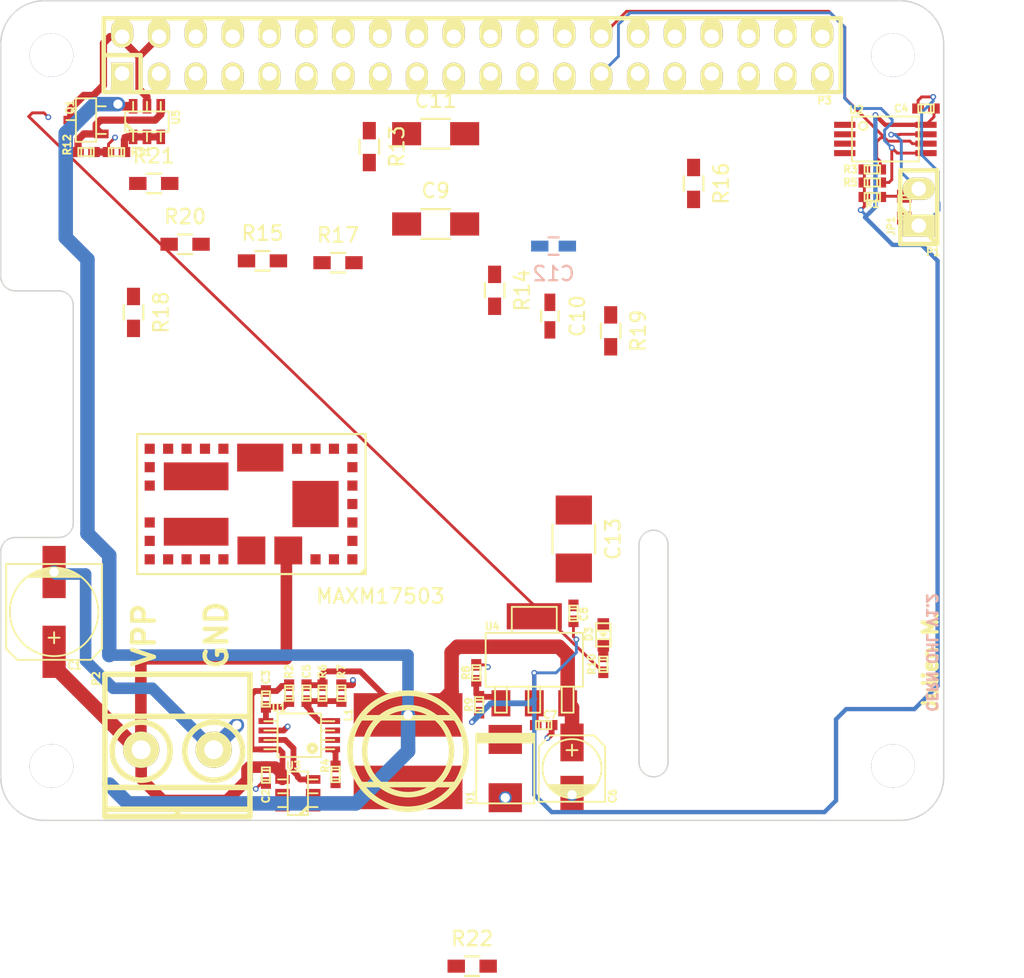
<source format=kicad_pcb>
(kicad_pcb (version 4) (host pcbnew 4.0.2+dfsg1-2~bpo8+1-stable)

  (general
    (links 120)
    (no_connects 70)
    (area 104.1025 69.0525 177.679167 140.445001)
    (thickness 1.6)
    (drawings 28)
    (tracks 270)
    (zones 0)
    (modules 53)
    (nets 68)
  )

  (page A4)
  (title_block
    (title "Raspberry Pi Hat Template")
    (date 2015-12-24)
    (rev 0.1)
    (company OpenFet)
    (comment 1 "Author: Julien")
    (comment 2 "License: CERN OHL V1.2")
  )

  (layers
    (0 F.Cu signal)
    (31 B.Cu signal)
    (32 B.Adhes user)
    (33 F.Adhes user)
    (34 B.Paste user)
    (35 F.Paste user)
    (36 B.SilkS user)
    (37 F.SilkS user)
    (38 B.Mask user)
    (39 F.Mask user)
    (40 Dwgs.User user)
    (41 Cmts.User user)
    (42 Eco1.User user)
    (43 Eco2.User user)
    (44 Edge.Cuts user)
    (45 Margin user)
    (46 B.CrtYd user)
    (47 F.CrtYd user)
    (48 B.Fab user)
    (49 F.Fab user hide)
  )

  (setup
    (last_trace_width 0.8)
    (user_trace_width 0.1)
    (user_trace_width 0.2)
    (user_trace_width 0.3)
    (user_trace_width 0.4)
    (user_trace_width 0.5)
    (user_trace_width 0.6)
    (user_trace_width 0.8)
    (user_trace_width 1)
    (trace_clearance 0.15)
    (zone_clearance 0.508)
    (zone_45_only no)
    (trace_min 0.1)
    (segment_width 0.2)
    (edge_width 0.1)
    (via_size 0.889)
    (via_drill 0.635)
    (via_min_size 0.26)
    (via_min_drill 0.16)
    (user_via 0.4 0.22)
    (user_via 1.5 0.8)
    (uvia_size 0.508)
    (uvia_drill 0.127)
    (uvias_allowed no)
    (uvia_min_size 0.508)
    (uvia_min_drill 0.127)
    (pcb_text_width 0.3)
    (pcb_text_size 1.5 1.5)
    (mod_edge_width 0.15)
    (mod_text_size 1 1)
    (mod_text_width 0.15)
    (pad_size 1.625 1.625)
    (pad_drill 0)
    (pad_to_mask_clearance 0)
    (aux_axis_origin 0 0)
    (grid_origin 211.1 101.7)
    (visible_elements 7FFFFF7F)
    (pcbplotparams
      (layerselection 0x010f0_80000001)
      (usegerberextensions false)
      (excludeedgelayer true)
      (linewidth 0.100000)
      (plotframeref false)
      (viasonmask false)
      (mode 1)
      (useauxorigin false)
      (hpglpennumber 1)
      (hpglpenspeed 20)
      (hpglpendiameter 15)
      (hpglpenoverlay 2)
      (psnegative false)
      (psa4output false)
      (plotreference true)
      (plotvalue true)
      (plotinvisibletext false)
      (padsonsilk false)
      (subtractmaskfromsilk false)
      (outputformat 1)
      (mirror false)
      (drillshape 0)
      (scaleselection 1)
      (outputdirectory /home/mangokid/Desktop/hat_gerber/))
  )

  (net 0 "")
  (net 1 GND)
  (net 2 "/Back Power Protection/5V_MCU")
  (net 3 +3V3)
  (net 4 +24V)
  (net 5 +5V)
  (net 6 "Net-(C3-Pad2)")
  (net 7 "Net-(C5-Pad2)")
  (net 8 "Net-(D1-Pad2)")
  (net 9 "Net-(D3-Pad2)")
  (net 10 "Net-(JP1-Pad1)")
  (net 11 "Net-(P3-Pad27)")
  (net 12 "Net-(P3-Pad28)")
  (net 13 "Net-(Q1-Pad1)")
  (net 14 "Net-(R4-Pad2)")
  (net 15 "Net-(R8-Pad1)")
  (net 16 "Net-(R11-Pad1)")
  (net 17 "Net-(U1-Pad3)")
  (net 18 "Net-(U1-Pad7)")
  (net 19 "Net-(P3-Pad1)")
  (net 20 "Net-(P3-Pad7)")
  (net 21 "Net-(P3-Pad8)")
  (net 22 "Net-(P3-Pad10)")
  (net 23 "Net-(P3-Pad11)")
  (net 24 "Net-(P3-Pad12)")
  (net 25 "Net-(P3-Pad13)")
  (net 26 "Net-(P3-Pad15)")
  (net 27 "Net-(P3-Pad16)")
  (net 28 "Net-(P3-Pad17)")
  (net 29 "Net-(P3-Pad18)")
  (net 30 "Net-(P3-Pad19)")
  (net 31 "Net-(P3-Pad21)")
  (net 32 "Net-(P3-Pad22)")
  (net 33 "Net-(P3-Pad23)")
  (net 34 "Net-(P3-Pad24)")
  (net 35 "Net-(P3-Pad26)")
  (net 36 "Net-(P3-Pad29)")
  (net 37 "Net-(P3-Pad31)")
  (net 38 "Net-(P3-Pad32)")
  (net 39 "Net-(P3-Pad33)")
  (net 40 "Net-(P3-Pad35)")
  (net 41 "Net-(P3-Pad36)")
  (net 42 "Net-(P3-Pad37)")
  (net 43 "Net-(P3-Pad40)")
  (net 44 "Net-(C10-Pad1)")
  (net 45 GNDA)
  (net 46 "Net-(C12-Pad1)")
  (net 47 "Net-(C12-Pad2)")
  (net 48 /jvm_options/SDA)
  (net 49 /jvm_options/SCL)
  (net 50 "Net-(R13-Pad2)")
  (net 51 "Net-(R14-Pad1)")
  (net 52 "Net-(R14-Pad2)")
  (net 53 "Net-(R15-Pad1)")
  (net 54 "Net-(R17-Pad2)")
  (net 55 "Net-(U6-Pad7)")
  (net 56 "Net-(U6-Pad2)")
  (net 57 "Net-(U6-Pad1)")
  (net 58 "Net-(U6-Pad25)")
  (net 59 "Net-(U6-Pad24)")
  (net 60 "Net-(U6-Pad23)")
  (net 61 "Net-(U6-Pad22)")
  (net 62 "Net-(U6-Pad21)")
  (net 63 "Net-(U6-Pad20)")
  (net 64 "Net-(U6-Pad19)")
  (net 65 "Net-(U6-PadEP2)")
  (net 66 "Net-(U6-Pad11)")
  (net 67 "Net-(U6-Pad10)")

  (net_class Default "This is the default net class."
    (clearance 0.15)
    (trace_width 0.2)
    (via_dia 0.889)
    (via_drill 0.635)
    (uvia_dia 0.508)
    (uvia_drill 0.127)
    (add_net +24V)
    (add_net +3V3)
    (add_net +5V)
    (add_net "/Back Power Protection/5V_MCU")
    (add_net /jvm_options/SCL)
    (add_net /jvm_options/SDA)
    (add_net GND)
    (add_net GNDA)
    (add_net "Net-(C10-Pad1)")
    (add_net "Net-(C12-Pad1)")
    (add_net "Net-(C12-Pad2)")
    (add_net "Net-(C3-Pad2)")
    (add_net "Net-(C5-Pad2)")
    (add_net "Net-(D1-Pad2)")
    (add_net "Net-(D3-Pad2)")
    (add_net "Net-(JP1-Pad1)")
    (add_net "Net-(P3-Pad1)")
    (add_net "Net-(P3-Pad10)")
    (add_net "Net-(P3-Pad11)")
    (add_net "Net-(P3-Pad12)")
    (add_net "Net-(P3-Pad13)")
    (add_net "Net-(P3-Pad15)")
    (add_net "Net-(P3-Pad16)")
    (add_net "Net-(P3-Pad17)")
    (add_net "Net-(P3-Pad18)")
    (add_net "Net-(P3-Pad19)")
    (add_net "Net-(P3-Pad21)")
    (add_net "Net-(P3-Pad22)")
    (add_net "Net-(P3-Pad23)")
    (add_net "Net-(P3-Pad24)")
    (add_net "Net-(P3-Pad26)")
    (add_net "Net-(P3-Pad27)")
    (add_net "Net-(P3-Pad28)")
    (add_net "Net-(P3-Pad29)")
    (add_net "Net-(P3-Pad31)")
    (add_net "Net-(P3-Pad32)")
    (add_net "Net-(P3-Pad33)")
    (add_net "Net-(P3-Pad35)")
    (add_net "Net-(P3-Pad36)")
    (add_net "Net-(P3-Pad37)")
    (add_net "Net-(P3-Pad40)")
    (add_net "Net-(P3-Pad7)")
    (add_net "Net-(P3-Pad8)")
    (add_net "Net-(Q1-Pad1)")
    (add_net "Net-(R11-Pad1)")
    (add_net "Net-(R13-Pad2)")
    (add_net "Net-(R14-Pad1)")
    (add_net "Net-(R14-Pad2)")
    (add_net "Net-(R15-Pad1)")
    (add_net "Net-(R17-Pad2)")
    (add_net "Net-(R4-Pad2)")
    (add_net "Net-(R8-Pad1)")
    (add_net "Net-(U1-Pad3)")
    (add_net "Net-(U1-Pad7)")
    (add_net "Net-(U6-Pad1)")
    (add_net "Net-(U6-Pad10)")
    (add_net "Net-(U6-Pad11)")
    (add_net "Net-(U6-Pad19)")
    (add_net "Net-(U6-Pad2)")
    (add_net "Net-(U6-Pad20)")
    (add_net "Net-(U6-Pad21)")
    (add_net "Net-(U6-Pad22)")
    (add_net "Net-(U6-Pad23)")
    (add_net "Net-(U6-Pad24)")
    (add_net "Net-(U6-Pad25)")
    (add_net "Net-(U6-Pad7)")
    (add_net "Net-(U6-PadEP2)")
  )

  (module w_pin_strip:pin_socket_20x2 (layer F.Cu) (tedit 567B9DD9) (tstamp 5509D7DA)
    (at 137.42 74.82)
    (descr "Pin socket 20x2pin")
    (tags "CONN DEV")
    (path /54E92361)
    (fp_text reference P3 (at 24.29 3.13) (layer F.SilkS)
      (effects (font (size 0.5 0.5) (thickness 0.125)))
    )
    (fp_text value Raspberry_Pi_+_Conn (at 0 -5.08) (layer F.SilkS) hide
      (effects (font (size 0.5 0.5) (thickness 0.125)))
    )
    (fp_line (start 25.4 2.54) (end -25.4 2.54) (layer F.SilkS) (width 0.3048))
    (fp_line (start -25.4 -2.54) (end 25.4 -2.54) (layer F.SilkS) (width 0.3048))
    (fp_line (start -25.4 0) (end -22.86 0) (layer F.SilkS) (width 0.3048))
    (fp_line (start -22.86 0) (end -22.86 2.54) (layer F.SilkS) (width 0.3048))
    (fp_line (start -25.4 -2.54) (end -25.4 2.54) (layer F.SilkS) (width 0.3048))
    (fp_line (start 25.4 2.54) (end 25.4 -2.54) (layer F.SilkS) (width 0.3048))
    (pad 1 thru_hole rect (at -24.13 1.27) (size 1.524 1.99898) (drill 1.00076 (offset 0 0.24892)) (layers *.Cu *.Mask F.SilkS)
      (net 19 "Net-(P3-Pad1)"))
    (pad 2 thru_hole oval (at -24.13 -1.27) (size 1.524 1.99898) (drill 1.00076 (offset 0 -0.24892)) (layers *.Cu *.Mask F.SilkS)
      (net 2 "/Back Power Protection/5V_MCU"))
    (pad 3 thru_hole oval (at -21.59 1.27) (size 1.524 1.99898) (drill 1.00076 (offset 0 0.24892)) (layers *.Cu *.Mask F.SilkS)
      (net 48 /jvm_options/SDA))
    (pad 4 thru_hole oval (at -21.59 -1.27) (size 1.524 1.99898) (drill 1.00076 (offset 0 -0.24892)) (layers *.Cu *.Mask F.SilkS)
      (net 2 "/Back Power Protection/5V_MCU"))
    (pad 5 thru_hole oval (at -19.05 1.27) (size 1.524 1.99898) (drill 1.00076 (offset 0 0.24892)) (layers *.Cu *.Mask F.SilkS)
      (net 49 /jvm_options/SCL))
    (pad 6 thru_hole oval (at -19.05 -1.27) (size 1.524 1.99898) (drill 1.00076 (offset 0 -0.24892)) (layers *.Cu *.Mask F.SilkS)
      (net 1 GND))
    (pad 7 thru_hole oval (at -16.51 1.27) (size 1.524 1.99898) (drill 1.00076 (offset 0 0.24892)) (layers *.Cu *.Mask F.SilkS)
      (net 20 "Net-(P3-Pad7)"))
    (pad 8 thru_hole oval (at -16.51 -1.27) (size 1.524 1.99898) (drill 1.00076 (offset 0 -0.24892)) (layers *.Cu *.Mask F.SilkS)
      (net 21 "Net-(P3-Pad8)"))
    (pad 9 thru_hole oval (at -13.97 1.27) (size 1.524 1.99898) (drill 1.00076 (offset 0 0.24892)) (layers *.Cu *.Mask F.SilkS)
      (net 1 GND))
    (pad 10 thru_hole oval (at -13.97 -1.27) (size 1.524 1.99898) (drill 1.00076 (offset 0 -0.24892)) (layers *.Cu *.Mask F.SilkS)
      (net 22 "Net-(P3-Pad10)"))
    (pad 11 thru_hole oval (at -11.43 1.27) (size 1.524 1.99898) (drill 1.00076 (offset 0 0.24892)) (layers *.Cu *.Mask F.SilkS)
      (net 23 "Net-(P3-Pad11)"))
    (pad 12 thru_hole oval (at -11.43 -1.27) (size 1.524 1.99898) (drill 1.00076 (offset 0 -0.24892)) (layers *.Cu *.Mask F.SilkS)
      (net 24 "Net-(P3-Pad12)"))
    (pad 13 thru_hole oval (at -8.89 1.27) (size 1.524 1.99898) (drill 1.00076 (offset 0 0.24892)) (layers *.Cu *.Mask F.SilkS)
      (net 25 "Net-(P3-Pad13)"))
    (pad 14 thru_hole oval (at -8.89 -1.27) (size 1.524 1.99898) (drill 1.00076 (offset 0 -0.24892)) (layers *.Cu *.Mask F.SilkS)
      (net 1 GND))
    (pad 15 thru_hole oval (at -6.35 1.27) (size 1.524 1.99898) (drill 1.00076 (offset 0 0.24892)) (layers *.Cu *.Mask F.SilkS)
      (net 26 "Net-(P3-Pad15)"))
    (pad 16 thru_hole oval (at -6.35 -1.27) (size 1.524 1.99898) (drill 1.00076 (offset 0 -0.24892)) (layers *.Cu *.Mask F.SilkS)
      (net 27 "Net-(P3-Pad16)"))
    (pad 17 thru_hole oval (at -3.81 1.27) (size 1.524 1.99898) (drill 1.00076 (offset 0 0.24892)) (layers *.Cu *.Mask F.SilkS)
      (net 28 "Net-(P3-Pad17)"))
    (pad 18 thru_hole oval (at -3.81 -1.27) (size 1.524 1.99898) (drill 1.00076 (offset 0 -0.24892)) (layers *.Cu *.Mask F.SilkS)
      (net 29 "Net-(P3-Pad18)"))
    (pad 19 thru_hole oval (at -1.27 1.27) (size 1.524 1.99898) (drill 1.00076 (offset 0 0.24892)) (layers *.Cu *.Mask F.SilkS)
      (net 30 "Net-(P3-Pad19)"))
    (pad 20 thru_hole oval (at -1.27 -1.27) (size 1.524 1.99898) (drill 1.00076 (offset 0 -0.24892)) (layers *.Cu *.Mask F.SilkS)
      (net 1 GND))
    (pad 21 thru_hole oval (at 1.27 1.27) (size 1.524 1.99898) (drill 1.00076 (offset 0 0.24892)) (layers *.Cu *.Mask F.SilkS)
      (net 31 "Net-(P3-Pad21)"))
    (pad 22 thru_hole oval (at 1.27 -1.27) (size 1.524 1.99898) (drill 1.00076 (offset 0 -0.24892)) (layers *.Cu *.Mask F.SilkS)
      (net 32 "Net-(P3-Pad22)"))
    (pad 23 thru_hole oval (at 3.81 1.27) (size 1.524 1.99898) (drill 1.00076 (offset 0 0.24892)) (layers *.Cu *.Mask F.SilkS)
      (net 33 "Net-(P3-Pad23)"))
    (pad 24 thru_hole oval (at 3.81 -1.27) (size 1.524 1.99898) (drill 1.00076 (offset 0 -0.24892)) (layers *.Cu *.Mask F.SilkS)
      (net 34 "Net-(P3-Pad24)"))
    (pad 25 thru_hole oval (at 6.35 1.27) (size 1.524 1.99898) (drill 1.00076 (offset 0 0.24892)) (layers *.Cu *.Mask F.SilkS)
      (net 1 GND))
    (pad 26 thru_hole oval (at 6.35 -1.27) (size 1.524 1.99898) (drill 1.00076 (offset 0 -0.24892)) (layers *.Cu *.Mask F.SilkS)
      (net 35 "Net-(P3-Pad26)"))
    (pad 27 thru_hole oval (at 8.89 1.27) (size 1.524 1.99898) (drill 1.00076 (offset 0 0.24892)) (layers *.Cu *.Mask F.SilkS)
      (net 11 "Net-(P3-Pad27)"))
    (pad 28 thru_hole oval (at 8.89 -1.27) (size 1.524 1.99898) (drill 1.00076 (offset 0 -0.24892)) (layers *.Cu *.Mask F.SilkS)
      (net 12 "Net-(P3-Pad28)"))
    (pad 29 thru_hole oval (at 11.43 1.27) (size 1.524 1.99898) (drill 1.00076 (offset 0 0.24892)) (layers *.Cu *.Mask F.SilkS)
      (net 36 "Net-(P3-Pad29)"))
    (pad 30 thru_hole oval (at 11.43 -1.27) (size 1.524 1.99898) (drill 1.00076 (offset 0 -0.24892)) (layers *.Cu *.Mask F.SilkS)
      (net 1 GND))
    (pad 31 thru_hole oval (at 13.97 1.27) (size 1.524 1.99898) (drill 1.00076 (offset 0 0.24892)) (layers *.Cu *.Mask F.SilkS)
      (net 37 "Net-(P3-Pad31)"))
    (pad 32 thru_hole oval (at 13.97 -1.27) (size 1.524 1.99898) (drill 1.00076 (offset 0 -0.24892)) (layers *.Cu *.Mask F.SilkS)
      (net 38 "Net-(P3-Pad32)"))
    (pad 33 thru_hole oval (at 16.51 1.27) (size 1.524 1.99898) (drill 1.00076 (offset 0 0.24892)) (layers *.Cu *.Mask F.SilkS)
      (net 39 "Net-(P3-Pad33)"))
    (pad 34 thru_hole oval (at 16.51 -1.27) (size 1.524 1.99898) (drill 1.00076 (offset 0 -0.24892)) (layers *.Cu *.Mask F.SilkS)
      (net 1 GND))
    (pad 35 thru_hole oval (at 19.05 1.27) (size 1.524 1.99898) (drill 1.00076 (offset 0 0.24892)) (layers *.Cu *.Mask F.SilkS)
      (net 40 "Net-(P3-Pad35)"))
    (pad 36 thru_hole oval (at 19.05 -1.27) (size 1.524 1.99898) (drill 1.00076 (offset 0 -0.24892)) (layers *.Cu *.Mask F.SilkS)
      (net 41 "Net-(P3-Pad36)"))
    (pad 37 thru_hole oval (at 21.59 1.27) (size 1.524 1.99898) (drill 1.00076 (offset 0 0.24892)) (layers *.Cu *.Mask F.SilkS)
      (net 42 "Net-(P3-Pad37)"))
    (pad 38 thru_hole oval (at 21.59 -1.27) (size 1.524 1.99898) (drill 1.00076 (offset 0 -0.24892)) (layers *.Cu *.Mask F.SilkS))
    (pad 39 thru_hole oval (at 24.13 1.27) (size 1.524 1.99898) (drill 1.00076 (offset 0 0.24892)) (layers *.Cu *.Mask F.SilkS)
      (net 1 GND))
    (pad 40 thru_hole oval (at 24.13 -1.27) (size 1.524 1.99898) (drill 1.00076 (offset 0 -0.24892)) (layers *.Cu *.Mask F.SilkS)
      (net 43 "Net-(P3-Pad40)"))
    (model walter/pin_strip/pin_socket_20x2.wrl
      (at (xyz 0 0 0))
      (scale (xyz 1 1 1))
      (rotate (xyz 0 0 0))
    )
  )

  (module Mounting_Holes:MountingHole_3mm locked (layer F.Cu) (tedit 5509CE9A) (tstamp 5509D3BE)
    (at 166.42 74.82)
    (descr "Mounting hole, Befestigungsbohrung, 3mm, No Annular, Kein Restring,")
    (tags "Mounting hole, Befestigungsbohrung, 3mm, No Annular, Kein Restring,")
    (fp_text reference REF** (at 0 -4.0005) (layer F.SilkS) hide
      (effects (font (size 0.5 0.5) (thickness 0.125)))
    )
    (fp_text value MountingHole_3mm (at 1.00076 5.00126) (layer F.Fab) hide
      (effects (font (size 0.5 0.5) (thickness 0.125)))
    )
    (fp_circle (center 0 0) (end 2.99974 0) (layer Cmts.User) (width 0.381))
    (pad 1 thru_hole circle (at 0 0) (size 2.99974 2.99974) (drill 2.99974) (layers))
  )

  (module Mounting_Holes:MountingHole_3mm locked (layer F.Cu) (tedit 5509CEA9) (tstamp 5509D3C4)
    (at 166.42 123.82)
    (descr "Mounting hole, Befestigungsbohrung, 3mm, No Annular, Kein Restring,")
    (tags "Mounting hole, Befestigungsbohrung, 3mm, No Annular, Kein Restring,")
    (fp_text reference REF** (at 0 -4.0005) (layer F.SilkS) hide
      (effects (font (size 0.5 0.5) (thickness 0.125)))
    )
    (fp_text value MountingHole_3mm (at 1.00076 5.00126) (layer F.Fab) hide
      (effects (font (size 0.5 0.5) (thickness 0.125)))
    )
    (fp_circle (center 0 0) (end 2.99974 0) (layer Cmts.User) (width 0.381))
    (pad 1 thru_hole circle (at 0 0) (size 2.99974 2.99974) (drill 2.99974) (layers))
  )

  (module Mounting_Holes:MountingHole_3mm locked (layer F.Cu) (tedit 5509CEA3) (tstamp 5509D3C2)
    (at 108.42 123.82)
    (descr "Mounting hole, Befestigungsbohrung, 3mm, No Annular, Kein Restring,")
    (tags "Mounting hole, Befestigungsbohrung, 3mm, No Annular, Kein Restring,")
    (fp_text reference REF** (at 0 -4.0005) (layer F.SilkS) hide
      (effects (font (size 0.5 0.5) (thickness 0.125)))
    )
    (fp_text value MountingHole_3mm (at 1.00076 5.00126) (layer F.Fab) hide
      (effects (font (size 0.5 0.5) (thickness 0.125)))
    )
    (fp_circle (center 0 0) (end 2.99974 0) (layer Cmts.User) (width 0.381))
    (pad 1 thru_hole circle (at 0 0) (size 2.99974 2.99974) (drill 2.99974) (layers))
  )

  (module Mounting_Holes:MountingHole_3mm locked (layer F.Cu) (tedit 5509CE9D) (tstamp 5509D3C0)
    (at 108.42 74.82)
    (descr "Mounting hole, Befestigungsbohrung, 3mm, No Annular, Kein Restring,")
    (tags "Mounting hole, Befestigungsbohrung, 3mm, No Annular, Kein Restring,")
    (fp_text reference REF** (at 0 -4.0005) (layer F.SilkS) hide
      (effects (font (size 0.5 0.5) (thickness 0.125)))
    )
    (fp_text value MountingHole_3mm (at 1.00076 5.00126) (layer F.Fab) hide
      (effects (font (size 0.5 0.5) (thickness 0.125)))
    )
    (fp_circle (center 0 0) (end 2.99974 0) (layer Cmts.User) (width 0.381))
    (pad 1 thru_hole circle (at 0 0) (size 2.99974 2.99974) (drill 2.99974) (layers))
  )

  (module w_smd_cap:c_elec_6.3x7.7 (layer F.Cu) (tedit 0) (tstamp 567BAADB)
    (at 108.6 113.2 270)
    (descr "SMT capacitor, aluminium electrolytic, 6.3x7.7")
    (path /54E990D4)
    (fp_text reference C1 (at 3.7 -1.4 360) (layer F.SilkS)
      (effects (font (size 0.5 0.5) (thickness 0.125)))
    )
    (fp_text value 50uf/50v (at 0 3.81 270) (layer F.SilkS) hide
      (effects (font (size 0.5 0.5) (thickness 0.125)))
    )
    (fp_line (start -2.921 -0.762) (end -2.921 0.762) (layer F.SilkS) (width 0.127))
    (fp_line (start -2.794 1.143) (end -2.794 -1.143) (layer F.SilkS) (width 0.127))
    (fp_line (start -2.667 -1.397) (end -2.667 1.397) (layer F.SilkS) (width 0.127))
    (fp_line (start -2.54 1.651) (end -2.54 -1.651) (layer F.SilkS) (width 0.127))
    (fp_line (start -2.413 -1.778) (end -2.413 1.778) (layer F.SilkS) (width 0.127))
    (fp_circle (center 0 0) (end -3.048 0) (layer F.SilkS) (width 0.127))
    (fp_line (start -3.302 -3.302) (end -3.302 3.302) (layer F.SilkS) (width 0.127))
    (fp_line (start -3.302 3.302) (end 2.54 3.302) (layer F.SilkS) (width 0.127))
    (fp_line (start 2.54 3.302) (end 3.302 2.54) (layer F.SilkS) (width 0.127))
    (fp_line (start 3.302 2.54) (end 3.302 -2.54) (layer F.SilkS) (width 0.127))
    (fp_line (start 3.302 -2.54) (end 2.54 -3.302) (layer F.SilkS) (width 0.127))
    (fp_line (start 2.54 -3.302) (end -3.302 -3.302) (layer F.SilkS) (width 0.127))
    (fp_line (start 2.159 0) (end 1.397 0) (layer F.SilkS) (width 0.127))
    (fp_line (start 1.778 -0.381) (end 1.778 0.381) (layer F.SilkS) (width 0.127))
    (pad 1 smd rect (at 2.75082 0 270) (size 3.59918 1.6002) (layers F.Cu F.Paste F.Mask)
      (net 4 +24V))
    (pad 2 smd rect (at -2.75082 0 270) (size 3.59918 1.6002) (layers F.Cu F.Paste F.Mask)
      (net 1 GND))
    (model walter/smd_cap/c_elec_6_3x7_7.wrl
      (at (xyz 0 0 0))
      (scale (xyz 1 1 1))
      (rotate (xyz 0 0 0))
    )
  )

  (module w_smd_cap:c_0402 (layer F.Cu) (tedit 0) (tstamp 567BAAE7)
    (at 123.2 124.44864 90)
    (descr "SMT capacitor, 0402")
    (path /54E98A38)
    (fp_text reference C2 (at -1.45136 0 90) (layer F.SilkS)
      (effects (font (size 0.5 0.5) (thickness 0.125)))
    )
    (fp_text value 0.1uf (at 0 0.4826 90) (layer F.SilkS) hide
      (effects (font (size 0.5 0.5) (thickness 0.125)))
    )
    (fp_line (start 0.3302 -0.2794) (end 0.3302 0.2794) (layer F.SilkS) (width 0.127))
    (fp_line (start -0.3302 -0.2794) (end -0.3302 0.2794) (layer F.SilkS) (width 0.127))
    (fp_line (start -0.5334 -0.2794) (end -0.5334 0.2794) (layer F.SilkS) (width 0.127))
    (fp_line (start -0.5334 0.2794) (end 0.5334 0.2794) (layer F.SilkS) (width 0.127))
    (fp_line (start 0.5334 0.2794) (end 0.5334 -0.2794) (layer F.SilkS) (width 0.127))
    (fp_line (start 0.5334 -0.2794) (end -0.5334 -0.2794) (layer F.SilkS) (width 0.127))
    (pad 1 smd rect (at 0.54864 0 90) (size 0.8001 0.6985) (layers F.Cu F.Paste F.Mask)
      (net 4 +24V))
    (pad 2 smd rect (at -0.54864 0 90) (size 0.8001 0.6985) (layers F.Cu F.Paste F.Mask)
      (net 1 GND))
    (model walter/smd_cap/c_0402.wrl
      (at (xyz 0 0 0))
      (scale (xyz 1 1 1))
      (rotate (xyz 0 0 0))
    )
  )

  (module w_smd_cap:c_0402 (layer F.Cu) (tedit 0) (tstamp 567BAAF3)
    (at 123.2 119.2 90)
    (descr "SMT capacitor, 0402")
    (path /54E992BB)
    (fp_text reference C3 (at 1.5 0 90) (layer F.SilkS)
      (effects (font (size 0.5 0.5) (thickness 0.125)))
    )
    (fp_text value 1nf (at 0 0.4826 90) (layer F.SilkS) hide
      (effects (font (size 0.5 0.5) (thickness 0.125)))
    )
    (fp_line (start 0.3302 -0.2794) (end 0.3302 0.2794) (layer F.SilkS) (width 0.127))
    (fp_line (start -0.3302 -0.2794) (end -0.3302 0.2794) (layer F.SilkS) (width 0.127))
    (fp_line (start -0.5334 -0.2794) (end -0.5334 0.2794) (layer F.SilkS) (width 0.127))
    (fp_line (start -0.5334 0.2794) (end 0.5334 0.2794) (layer F.SilkS) (width 0.127))
    (fp_line (start 0.5334 0.2794) (end 0.5334 -0.2794) (layer F.SilkS) (width 0.127))
    (fp_line (start 0.5334 -0.2794) (end -0.5334 -0.2794) (layer F.SilkS) (width 0.127))
    (pad 1 smd rect (at 0.54864 0 90) (size 0.8001 0.6985) (layers F.Cu F.Paste F.Mask)
      (net 4 +24V))
    (pad 2 smd rect (at -0.54864 0 90) (size 0.8001 0.6985) (layers F.Cu F.Paste F.Mask)
      (net 6 "Net-(C3-Pad2)"))
    (model walter/smd_cap/c_0402.wrl
      (at (xyz 0 0 0))
      (scale (xyz 1 1 1))
      (rotate (xyz 0 0 0))
    )
  )

  (module w_smd_cap:c_0402 (layer F.Cu) (tedit 0) (tstamp 567BAAFF)
    (at 168.7 78.5)
    (descr "SMT capacitor, 0402")
    (path /551D5AC8)
    (fp_text reference C4 (at -1.7 0) (layer F.SilkS)
      (effects (font (size 0.5 0.5) (thickness 0.125)))
    )
    (fp_text value 0.1uf (at 0 0.4826) (layer F.SilkS) hide
      (effects (font (size 0.5 0.5) (thickness 0.125)))
    )
    (fp_line (start 0.3302 -0.2794) (end 0.3302 0.2794) (layer F.SilkS) (width 0.127))
    (fp_line (start -0.3302 -0.2794) (end -0.3302 0.2794) (layer F.SilkS) (width 0.127))
    (fp_line (start -0.5334 -0.2794) (end -0.5334 0.2794) (layer F.SilkS) (width 0.127))
    (fp_line (start -0.5334 0.2794) (end 0.5334 0.2794) (layer F.SilkS) (width 0.127))
    (fp_line (start 0.5334 0.2794) (end 0.5334 -0.2794) (layer F.SilkS) (width 0.127))
    (fp_line (start 0.5334 -0.2794) (end -0.5334 -0.2794) (layer F.SilkS) (width 0.127))
    (pad 1 smd rect (at 0.54864 0) (size 0.8001 0.6985) (layers F.Cu F.Paste F.Mask)
      (net 3 +3V3))
    (pad 2 smd rect (at -0.54864 0) (size 0.8001 0.6985) (layers F.Cu F.Paste F.Mask)
      (net 1 GND))
    (model walter/smd_cap/c_0402.wrl
      (at (xyz 0 0 0))
      (scale (xyz 1 1 1))
      (rotate (xyz 0 0 0))
    )
  )

  (module w_smd_cap:c_0402 (layer F.Cu) (tedit 0) (tstamp 567BAB0B)
    (at 126 118.8 90)
    (descr "SMT capacitor, 0402")
    (path /54EE7CB1)
    (fp_text reference C5 (at 1.5 0 90) (layer F.SilkS)
      (effects (font (size 0.5 0.5) (thickness 0.125)))
    )
    (fp_text value 0.1uf (at 0 0.4826 90) (layer F.SilkS) hide
      (effects (font (size 0.5 0.5) (thickness 0.125)))
    )
    (fp_line (start 0.3302 -0.2794) (end 0.3302 0.2794) (layer F.SilkS) (width 0.127))
    (fp_line (start -0.3302 -0.2794) (end -0.3302 0.2794) (layer F.SilkS) (width 0.127))
    (fp_line (start -0.5334 -0.2794) (end -0.5334 0.2794) (layer F.SilkS) (width 0.127))
    (fp_line (start -0.5334 0.2794) (end 0.5334 0.2794) (layer F.SilkS) (width 0.127))
    (fp_line (start 0.5334 0.2794) (end 0.5334 -0.2794) (layer F.SilkS) (width 0.127))
    (fp_line (start 0.5334 -0.2794) (end -0.5334 -0.2794) (layer F.SilkS) (width 0.127))
    (pad 1 smd rect (at 0.54864 0 90) (size 0.8001 0.6985) (layers F.Cu F.Paste F.Mask)
      (net 5 +5V))
    (pad 2 smd rect (at -0.54864 0 90) (size 0.8001 0.6985) (layers F.Cu F.Paste F.Mask)
      (net 7 "Net-(C5-Pad2)"))
    (model walter/smd_cap/c_0402.wrl
      (at (xyz 0 0 0))
      (scale (xyz 1 1 1))
      (rotate (xyz 0 0 0))
    )
  )

  (module w_smd_cap:c_elec_4x5.3 (layer F.Cu) (tedit 0) (tstamp 567BAB22)
    (at 144.3 124 90)
    (descr "SMT capacitor, aluminium electrolytic, 4x5.3")
    (path /54F356B7)
    (fp_text reference C6 (at -1.9 2.8 90) (layer F.SilkS)
      (effects (font (size 0.5 0.5) (thickness 0.125)))
    )
    (fp_text value 10uf/6.3V (at 0 2.794 90) (layer F.SilkS) hide
      (effects (font (size 0.5 0.5) (thickness 0.125)))
    )
    (fp_line (start 1.651 0) (end 0.889 0) (layer F.SilkS) (width 0.127))
    (fp_line (start 1.27 -0.381) (end 1.27 0.381) (layer F.SilkS) (width 0.127))
    (fp_line (start 1.524 2.286) (end -2.286 2.286) (layer F.SilkS) (width 0.127))
    (fp_line (start 2.286 -1.524) (end 2.286 1.524) (layer F.SilkS) (width 0.127))
    (fp_line (start 1.524 2.286) (end 2.286 1.524) (layer F.SilkS) (width 0.127))
    (fp_line (start 1.524 -2.286) (end -2.286 -2.286) (layer F.SilkS) (width 0.127))
    (fp_line (start 1.524 -2.286) (end 2.286 -1.524) (layer F.SilkS) (width 0.127))
    (fp_line (start -2.032 0.127) (end -2.032 -0.127) (layer F.SilkS) (width 0.127))
    (fp_line (start -1.905 -0.635) (end -1.905 0.635) (layer F.SilkS) (width 0.127))
    (fp_line (start -1.778 0.889) (end -1.778 -0.889) (layer F.SilkS) (width 0.127))
    (fp_line (start -1.651 1.143) (end -1.651 -1.143) (layer F.SilkS) (width 0.127))
    (fp_line (start -1.524 -1.27) (end -1.524 1.27) (layer F.SilkS) (width 0.127))
    (fp_line (start -1.397 1.397) (end -1.397 -1.397) (layer F.SilkS) (width 0.127))
    (fp_line (start -1.27 -1.524) (end -1.27 1.524) (layer F.SilkS) (width 0.127))
    (fp_line (start -1.143 -1.651) (end -1.143 1.651) (layer F.SilkS) (width 0.127))
    (fp_circle (center 0 0) (end -2.032 0) (layer F.SilkS) (width 0.127))
    (fp_line (start -2.286 -2.286) (end -2.286 2.286) (layer F.SilkS) (width 0.127))
    (pad 1 smd rect (at 1.80086 0 90) (size 2.60096 1.6002) (layers F.Cu F.Paste F.Mask)
      (net 5 +5V))
    (pad 2 smd rect (at -1.80086 0 90) (size 2.60096 1.6002) (layers F.Cu F.Paste F.Mask)
      (net 1 GND))
    (model walter/smd_cap/c_elec_4x5_3.wrl
      (at (xyz 0 0 0))
      (scale (xyz 1 1 1))
      (rotate (xyz 0 0 0))
    )
  )

  (module w_smd_cap:c_0402 (layer F.Cu) (tedit 0) (tstamp 567BAB2E)
    (at 142.34864 121 180)
    (descr "SMT capacitor, 0402")
    (path /54EE8291)
    (fp_text reference C7 (at -0.45136 0.7 180) (layer F.SilkS)
      (effects (font (size 0.5 0.5) (thickness 0.125)))
    )
    (fp_text value 0.1uf (at 0 0.4826 180) (layer F.SilkS) hide
      (effects (font (size 0.5 0.5) (thickness 0.125)))
    )
    (fp_line (start 0.3302 -0.2794) (end 0.3302 0.2794) (layer F.SilkS) (width 0.127))
    (fp_line (start -0.3302 -0.2794) (end -0.3302 0.2794) (layer F.SilkS) (width 0.127))
    (fp_line (start -0.5334 -0.2794) (end -0.5334 0.2794) (layer F.SilkS) (width 0.127))
    (fp_line (start -0.5334 0.2794) (end 0.5334 0.2794) (layer F.SilkS) (width 0.127))
    (fp_line (start 0.5334 0.2794) (end 0.5334 -0.2794) (layer F.SilkS) (width 0.127))
    (fp_line (start 0.5334 -0.2794) (end -0.5334 -0.2794) (layer F.SilkS) (width 0.127))
    (pad 1 smd rect (at 0.54864 0 180) (size 0.8001 0.6985) (layers F.Cu F.Paste F.Mask)
      (net 3 +3V3))
    (pad 2 smd rect (at -0.54864 0 180) (size 0.8001 0.6985) (layers F.Cu F.Paste F.Mask)
      (net 1 GND))
    (model walter/smd_cap/c_0402.wrl
      (at (xyz 0 0 0))
      (scale (xyz 1 1 1))
      (rotate (xyz 0 0 0))
    )
  )

  (module w_smd_diode:do214aa (layer F.Cu) (tedit 0) (tstamp 567BAB55)
    (at 139.7 124 90)
    (descr DO214AA)
    (path /54E9A29D)
    (fp_text reference D1 (at -2 -2.4 90) (layer F.SilkS)
      (effects (font (size 0.5 0.5) (thickness 0.125)))
    )
    (fp_text value DIODESCH (at 0 2.49936 90) (layer F.SilkS) hide
      (effects (font (size 0.5 0.5) (thickness 0.125)))
    )
    (fp_line (start 2.30124 -1.99898) (end 2.30124 1.99898) (layer F.SilkS) (width 0.127))
    (fp_line (start 2.19964 1.99898) (end 2.19964 -1.99898) (layer F.SilkS) (width 0.127))
    (fp_line (start 2.10058 -1.99898) (end 2.10058 1.99898) (layer F.SilkS) (width 0.127))
    (fp_line (start 1.99898 1.99898) (end 1.99898 -1.99898) (layer F.SilkS) (width 0.127))
    (fp_line (start 1.89992 -1.99898) (end 1.89992 1.99898) (layer F.SilkS) (width 0.127))
    (fp_line (start 1.80086 -1.99898) (end 1.80086 1.99898) (layer F.SilkS) (width 0.127))
    (fp_line (start 2.4003 -1.99898) (end 2.4003 1.99898) (layer F.SilkS) (width 0.127))
    (fp_line (start 2.4003 1.99898) (end -2.4003 1.99898) (layer F.SilkS) (width 0.127))
    (fp_line (start -2.4003 1.99898) (end -2.4003 -1.99898) (layer F.SilkS) (width 0.127))
    (fp_line (start -2.4003 -1.99898) (end 2.4003 -1.99898) (layer F.SilkS) (width 0.127))
    (pad 2 smd rect (at 2.00914 0 90) (size 1.99898 2.30124) (layers F.Cu F.Paste F.Mask)
      (net 8 "Net-(D1-Pad2)"))
    (pad 1 smd rect (at -2.00914 0 90) (size 1.99898 2.30124) (layers F.Cu F.Paste F.Mask)
      (net 1 GND))
    (model walter/smd_diode/do214aa.wrl
      (at (xyz 0 0 0))
      (scale (xyz 1 1 1))
      (rotate (xyz 0 0 0))
    )
  )

  (module w_smd_leds:Led_0603 (layer F.Cu) (tedit 567BA339) (tstamp 567BAB72)
    (at 146.457 114.781 270)
    (descr "SMD LED, 0603")
    (path /54F3E98A)
    (fp_text reference D3 (at -0.0507 1 270) (layer F.SilkS)
      (effects (font (size 0.5 0.5) (thickness 0.125)))
    )
    (fp_text value LED (at 0 1.19888 270) (layer F.SilkS) hide
      (effects (font (size 0.5 0.5) (thickness 0.125)))
    )
    (fp_line (start 0.29972 0.50038) (end 0.29972 -0.50038) (layer F.SilkS) (width 0.127))
    (fp_line (start -0.29972 -0.50038) (end -0.29972 0.50038) (layer F.SilkS) (width 0.127))
    (fp_line (start 0 0.09906) (end 0 -0.09906) (layer F.SilkS) (width 0.127))
    (fp_line (start -0.09906 -0.20066) (end -0.09906 0.20066) (layer F.SilkS) (width 0.127))
    (fp_line (start -0.09906 0.20066) (end 0.09906 0) (layer F.SilkS) (width 0.127))
    (fp_line (start 0.09906 0) (end -0.09906 -0.20066) (layer F.SilkS) (width 0.127))
    (fp_line (start -0.8001 -0.50038) (end 0.8001 -0.50038) (layer F.SilkS) (width 0.127))
    (fp_line (start 0.8001 -0.50038) (end 0.8001 0.50038) (layer F.SilkS) (width 0.127))
    (fp_line (start 0.8001 0.50038) (end -0.8001 0.50038) (layer F.SilkS) (width 0.127))
    (fp_line (start -0.8001 0.50038) (end -0.8001 -0.50038) (layer F.SilkS) (width 0.127))
    (pad 1 smd rect (at -0.7493 0 270) (size 0.79756 0.79756) (layers F.Cu F.Paste F.Mask)
      (net 3 +3V3))
    (pad 2 smd rect (at 0.7493 0 270) (size 0.79756 0.79756) (layers F.Cu F.Paste F.Mask)
      (net 9 "Net-(D3-Pad2)"))
    (model walter/smd_leds/led_0603.wrl
      (at (xyz 0 0 0))
      (scale (xyz 1 1 1))
      (rotate (xyz 0 0 0))
    )
  )

  (module w_smd_resistors:r_0603 (layer F.Cu) (tedit 0) (tstamp 567BAB7E)
    (at 167.2 85.3 90)
    (descr "SMT resistor, 0603")
    (path /54E9499A)
    (fp_text reference JP1 (at -1.3 -0.9 90) (layer F.SilkS)
      (effects (font (size 0.5 0.5) (thickness 0.125)))
    )
    (fp_text value JUMPER (at 0 0.6096 90) (layer F.SilkS) hide
      (effects (font (size 0.5 0.5) (thickness 0.125)))
    )
    (fp_line (start 0.5588 0.4064) (end 0.5588 -0.4064) (layer F.SilkS) (width 0.127))
    (fp_line (start -0.5588 -0.381) (end -0.5588 0.4064) (layer F.SilkS) (width 0.127))
    (fp_line (start -0.8128 -0.4064) (end 0.8128 -0.4064) (layer F.SilkS) (width 0.127))
    (fp_line (start 0.8128 -0.4064) (end 0.8128 0.4064) (layer F.SilkS) (width 0.127))
    (fp_line (start 0.8128 0.4064) (end -0.8128 0.4064) (layer F.SilkS) (width 0.127))
    (fp_line (start -0.8128 0.4064) (end -0.8128 -0.4064) (layer F.SilkS) (width 0.127))
    (pad 1 smd rect (at 0.75184 0 90) (size 0.89916 1.00076) (layers F.Cu F.Paste F.Mask)
      (net 10 "Net-(JP1-Pad1)"))
    (pad 2 smd rect (at -0.75184 0 90) (size 0.89916 1.00076) (layers F.Cu F.Paste F.Mask)
      (net 1 GND))
    (model walter/smd_resistors/r_0603.wrl
      (at (xyz 0 0 0))
      (scale (xyz 1 1 1))
      (rotate (xyz 0 0 0))
    )
  )

  (module w_smd_inductors:inductor_smd_8x5mm (layer F.Cu) (tedit 567B9F50) (tstamp 567BAB88)
    (at 133 122.8 90)
    (descr "Inductor SMD, d.8mm x h.5mm")
    (path /54E9A542)
    (fp_text reference L1 (at 2.5 -4.1 90) (layer F.SilkS)
      (effects (font (size 0.5 0.5) (thickness 0.125)))
    )
    (fp_text value 22uH (at 0 5.4991 90) (layer F.SilkS) hide
      (effects (font (thickness 0.3048)))
    )
    (fp_circle (center 0 0) (end -2.99974 0) (layer F.SilkS) (width 0.381))
    (fp_line (start 2.30124 3.2004) (end 2.30124 -3.2004) (layer F.SilkS) (width 0.381))
    (fp_line (start -2.30124 -3.2004) (end -2.30124 3.2004) (layer F.SilkS) (width 0.381))
    (fp_circle (center 0 0) (end -4.0005 0) (layer F.SilkS) (width 0.381))
    (pad 1 smd rect (at -2.49936 0 90) (size 2.9972 7.49808) (layers F.Cu F.Paste F.Mask)
      (net 8 "Net-(D1-Pad2)"))
    (pad 2 smd rect (at 2.49936 0 90) (size 2.9972 7.49808) (layers F.Cu F.Paste F.Mask)
      (net 5 +5V))
    (model walter/smd_inductors/inductor_smd_8x5mm.wrl
      (at (xyz 0 0 0))
      (scale (xyz 1 1 1))
      (rotate (xyz 0 0 0))
    )
  )

  (module w_pin_strip:pin_strip_2 (layer F.Cu) (tedit 0) (tstamp 567BAB93)
    (at 168.2 85.3 90)
    (descr "Pin strip 2pin")
    (tags "CONN DEV")
    (path /54E93748)
    (fp_text reference P1 (at -3.1 1 180) (layer F.SilkS)
      (effects (font (size 0.5 0.5) (thickness 0.125)))
    )
    (fp_text value CONN_01X02 (at 0.254 -3.556 90) (layer F.SilkS) hide
      (effects (font (size 0.5 0.5) (thickness 0.125)))
    )
    (fp_line (start -2.54 1.27) (end 0 -1.27) (layer F.SilkS) (width 0.3048))
    (fp_line (start 2.54 1.27) (end -2.54 1.27) (layer F.SilkS) (width 0.3048))
    (fp_line (start -2.54 -1.27) (end 2.54 -1.27) (layer F.SilkS) (width 0.3048))
    (fp_line (start -2.54 1.27) (end -2.54 -1.27) (layer F.SilkS) (width 0.3048))
    (fp_line (start 2.54 -1.27) (end 2.54 1.27) (layer F.SilkS) (width 0.3048))
    (pad 1 thru_hole rect (at -1.27 0 90) (size 1.524 2.19964) (drill 1.00076) (layers *.Cu *.Mask F.SilkS)
      (net 1 GND))
    (pad 2 thru_hole oval (at 1.27 0 90) (size 1.524 2.19964) (drill 1.00076) (layers *.Cu *.Mask F.SilkS)
      (net 10 "Net-(JP1-Pad1)"))
    (model walter/pin_strip/pin_strip_2.wrl
      (at (xyz 0 0 0))
      (scale (xyz 1 1 1))
      (rotate (xyz 0 0 0))
    )
  )

  (module w_conn_mkds:mkds_1,5-2 (layer F.Cu) (tedit 567BA183) (tstamp 567BABA3)
    (at 117.1 122.7)
    (descr "2-way 5mm pitch terminal block, Phoenix MKDS series")
    (path /54F65B78)
    (fp_text reference P2 (at -5.6 -4.9 90) (layer F.SilkS)
      (effects (font (size 0.5 0.5) (thickness 0.125)))
    )
    (fp_text value CONN_01X02 (at 0 5.9) (layer F.SilkS) hide
      (effects (font (size 0.5 0.5) (thickness 0.125)))
    )
    (fp_line (start 0 4.1) (end 0 4.6) (layer F.SilkS) (width 0.381))
    (fp_circle (center 2.5 0.1) (end 0.5 0.1) (layer F.SilkS) (width 0.381))
    (fp_circle (center -2.5 0.1) (end -0.5 0.1) (layer F.SilkS) (width 0.381))
    (fp_line (start -5 2.6) (end 5 2.6) (layer F.SilkS) (width 0.381))
    (fp_line (start -5 -2.3) (end 5 -2.3) (layer F.SilkS) (width 0.381))
    (fp_line (start -5 4.1) (end 5 4.1) (layer F.SilkS) (width 0.381))
    (fp_line (start -5 4.6) (end 5 4.6) (layer F.SilkS) (width 0.381))
    (fp_line (start 5 4.6) (end 5 -5.2) (layer F.SilkS) (width 0.381))
    (fp_line (start 5 -5.2) (end -5 -5.2) (layer F.SilkS) (width 0.381))
    (fp_line (start -5 -5.2) (end -5 4.6) (layer F.SilkS) (width 0.381))
    (pad 1 thru_hole circle (at -2.5 0) (size 2.5 2.5) (drill 1.3) (layers *.Cu *.Mask F.SilkS)
      (net 4 +24V))
    (pad 2 thru_hole circle (at 2.5 0) (size 2.5 2.5) (drill 1.3) (layers *.Cu *.Mask F.SilkS)
      (net 1 GND))
    (model walter/conn_mkds/mkds_1,5-2.wrl
      (at (xyz 0 0 0))
      (scale (xyz 1 1 1))
      (rotate (xyz 0 0 0))
    )
  )

  (module w_smd_trans:sot23 (layer F.Cu) (tedit 0) (tstamp 567BABE4)
    (at 110.8 79.3 90)
    (descr SOT23)
    (path /54F145DC/54F14605)
    (fp_text reference Q1 (at 0.9 -1.1 90) (layer F.SilkS)
      (effects (font (size 0.5 0.5) (thickness 0.125)))
    )
    (fp_text value BSS138 (at 0 0.3302 90) (layer F.SilkS) hide
      (effects (font (size 0.5 0.5) (thickness 0.125)))
    )
    (fp_line (start 0.9525 0.6985) (end 0.9525 1.3589) (layer F.SilkS) (width 0.127))
    (fp_line (start -0.9525 0.6985) (end -0.9525 1.3589) (layer F.SilkS) (width 0.127))
    (fp_line (start 0 -0.6985) (end 0 -1.3589) (layer F.SilkS) (width 0.127))
    (fp_line (start -1.4986 -0.6985) (end 1.4986 -0.6985) (layer F.SilkS) (width 0.127))
    (fp_line (start 1.4986 -0.6985) (end 1.4986 0.6985) (layer F.SilkS) (width 0.127))
    (fp_line (start 1.4986 0.6985) (end -1.4986 0.6985) (layer F.SilkS) (width 0.127))
    (fp_line (start -1.4986 0.6985) (end -1.4986 -0.6985) (layer F.SilkS) (width 0.127))
    (pad 1 smd rect (at -0.9525 1.05664 90) (size 0.59944 1.00076) (layers F.Cu F.Paste F.Mask)
      (net 13 "Net-(Q1-Pad1)"))
    (pad 2 smd rect (at 0 -1.05664 90) (size 0.59944 1.00076) (layers F.Cu F.Paste F.Mask)
      (net 2 "/Back Power Protection/5V_MCU"))
    (pad 3 smd rect (at 0.9525 1.05664 90) (size 0.59944 1.00076) (layers F.Cu F.Paste F.Mask)
      (net 5 +5V))
    (model walter/smd_trans/sot23.wrl
      (at (xyz 0 0 0))
      (scale (xyz 1 1 1))
      (rotate (xyz 0 0 0))
    )
  )

  (module w_smd_resistors:r_0402 (layer F.Cu) (tedit 0) (tstamp 567BABF0)
    (at 165 84.6 180)
    (descr "SMT resistor, 0402")
    (path /54E935B8)
    (fp_text reference R1 (at 0 -0.4826 180) (layer F.SilkS)
      (effects (font (size 0.5 0.5) (thickness 0.125)))
    )
    (fp_text value 1k (at 0 0.4826 180) (layer F.SilkS) hide
      (effects (font (size 0.5 0.5) (thickness 0.125)))
    )
    (fp_line (start 0.3302 -0.2794) (end 0.3302 0.2794) (layer F.SilkS) (width 0.127))
    (fp_line (start -0.3302 -0.2794) (end -0.3302 0.2794) (layer F.SilkS) (width 0.127))
    (fp_line (start -0.5334 -0.2794) (end -0.5334 0.2794) (layer F.SilkS) (width 0.127))
    (fp_line (start -0.5334 0.2794) (end 0.5334 0.2794) (layer F.SilkS) (width 0.127))
    (fp_line (start 0.5334 0.2794) (end 0.5334 -0.2794) (layer F.SilkS) (width 0.127))
    (fp_line (start 0.5334 -0.2794) (end -0.5334 -0.2794) (layer F.SilkS) (width 0.127))
    (pad 1 smd rect (at 0.54864 0 180) (size 0.8001 0.6985) (layers F.Cu F.Paste F.Mask)
      (net 3 +3V3))
    (pad 2 smd rect (at -0.54864 0 180) (size 0.8001 0.6985) (layers F.Cu F.Paste F.Mask)
      (net 10 "Net-(JP1-Pad1)"))
    (model walter/smd_resistors/r_0402.wrl
      (at (xyz 0 0 0))
      (scale (xyz 1 1 1))
      (rotate (xyz 0 0 0))
    )
  )

  (module w_smd_resistors:r_0402 (layer F.Cu) (tedit 0) (tstamp 567BABFC)
    (at 124.8 118.8 90)
    (descr "SMT resistor, 0402")
    (path /54E985D4)
    (fp_text reference R2 (at 1.5 0 90) (layer F.SilkS)
      (effects (font (size 0.5 0.5) (thickness 0.125)))
    )
    (fp_text value 24k (at 0 0.4826 90) (layer F.SilkS) hide
      (effects (font (size 0.5 0.5) (thickness 0.125)))
    )
    (fp_line (start 0.3302 -0.2794) (end 0.3302 0.2794) (layer F.SilkS) (width 0.127))
    (fp_line (start -0.3302 -0.2794) (end -0.3302 0.2794) (layer F.SilkS) (width 0.127))
    (fp_line (start -0.5334 -0.2794) (end -0.5334 0.2794) (layer F.SilkS) (width 0.127))
    (fp_line (start -0.5334 0.2794) (end 0.5334 0.2794) (layer F.SilkS) (width 0.127))
    (fp_line (start 0.5334 0.2794) (end 0.5334 -0.2794) (layer F.SilkS) (width 0.127))
    (fp_line (start 0.5334 -0.2794) (end -0.5334 -0.2794) (layer F.SilkS) (width 0.127))
    (pad 1 smd rect (at 0.54864 0 90) (size 0.8001 0.6985) (layers F.Cu F.Paste F.Mask)
      (net 4 +24V))
    (pad 2 smd rect (at -0.54864 0 90) (size 0.8001 0.6985) (layers F.Cu F.Paste F.Mask)
      (net 6 "Net-(C3-Pad2)"))
    (model walter/smd_resistors/r_0402.wrl
      (at (xyz 0 0 0))
      (scale (xyz 1 1 1))
      (rotate (xyz 0 0 0))
    )
  )

  (module w_smd_resistors:r_0402 (layer F.Cu) (tedit 0) (tstamp 567BAC08)
    (at 165 82.7 180)
    (descr "SMT resistor, 0402")
    (path /54E93F03)
    (fp_text reference R3 (at 1.5 0 180) (layer F.SilkS)
      (effects (font (size 0.5 0.5) (thickness 0.125)))
    )
    (fp_text value 3.9k (at 0 0.4826 180) (layer F.SilkS) hide
      (effects (font (size 0.5 0.5) (thickness 0.125)))
    )
    (fp_line (start 0.3302 -0.2794) (end 0.3302 0.2794) (layer F.SilkS) (width 0.127))
    (fp_line (start -0.3302 -0.2794) (end -0.3302 0.2794) (layer F.SilkS) (width 0.127))
    (fp_line (start -0.5334 -0.2794) (end -0.5334 0.2794) (layer F.SilkS) (width 0.127))
    (fp_line (start -0.5334 0.2794) (end 0.5334 0.2794) (layer F.SilkS) (width 0.127))
    (fp_line (start 0.5334 0.2794) (end 0.5334 -0.2794) (layer F.SilkS) (width 0.127))
    (fp_line (start 0.5334 -0.2794) (end -0.5334 -0.2794) (layer F.SilkS) (width 0.127))
    (pad 1 smd rect (at 0.54864 0 180) (size 0.8001 0.6985) (layers F.Cu F.Paste F.Mask)
      (net 3 +3V3))
    (pad 2 smd rect (at -0.54864 0 180) (size 0.8001 0.6985) (layers F.Cu F.Paste F.Mask)
      (net 12 "Net-(P3-Pad28)"))
    (model walter/smd_resistors/r_0402.wrl
      (at (xyz 0 0 0))
      (scale (xyz 1 1 1))
      (rotate (xyz 0 0 0))
    )
  )

  (module w_smd_resistors:r_0402 (layer F.Cu) (tedit 0) (tstamp 567BAC20)
    (at 165 83.6 180)
    (descr "SMT resistor, 0402")
    (path /54E93F5E)
    (fp_text reference R5 (at 1.5 0 180) (layer F.SilkS)
      (effects (font (size 0.5 0.5) (thickness 0.125)))
    )
    (fp_text value 3.9k (at 0 0.4826 180) (layer F.SilkS) hide
      (effects (font (size 0.5 0.5) (thickness 0.125)))
    )
    (fp_line (start 0.3302 -0.2794) (end 0.3302 0.2794) (layer F.SilkS) (width 0.127))
    (fp_line (start -0.3302 -0.2794) (end -0.3302 0.2794) (layer F.SilkS) (width 0.127))
    (fp_line (start -0.5334 -0.2794) (end -0.5334 0.2794) (layer F.SilkS) (width 0.127))
    (fp_line (start -0.5334 0.2794) (end 0.5334 0.2794) (layer F.SilkS) (width 0.127))
    (fp_line (start 0.5334 0.2794) (end 0.5334 -0.2794) (layer F.SilkS) (width 0.127))
    (fp_line (start 0.5334 -0.2794) (end -0.5334 -0.2794) (layer F.SilkS) (width 0.127))
    (pad 1 smd rect (at 0.54864 0 180) (size 0.8001 0.6985) (layers F.Cu F.Paste F.Mask)
      (net 3 +3V3))
    (pad 2 smd rect (at -0.54864 0 180) (size 0.8001 0.6985) (layers F.Cu F.Paste F.Mask)
      (net 11 "Net-(P3-Pad27)"))
    (model walter/smd_resistors/r_0402.wrl
      (at (xyz 0 0 0))
      (scale (xyz 1 1 1))
      (rotate (xyz 0 0 0))
    )
  )

  (module w_smd_resistors:r_0402 (layer F.Cu) (tedit 567B9F3B) (tstamp 567BAC2C)
    (at 127.1 118.8 90)
    (descr "SMT resistor, 0402")
    (path /54E9A686)
    (fp_text reference R6 (at 1.5 0 90) (layer F.SilkS)
      (effects (font (size 0.5 0.5) (thickness 0.125)))
    )
    (fp_text value 30k (at 0 0.4826 90) (layer F.SilkS) hide
      (effects (font (size 0.5 0.5) (thickness 0.125)))
    )
    (fp_line (start 0.3302 -0.2794) (end 0.3302 0.2794) (layer F.SilkS) (width 0.127))
    (fp_line (start -0.3302 -0.2794) (end -0.3302 0.2794) (layer F.SilkS) (width 0.127))
    (fp_line (start -0.5334 -0.2794) (end -0.5334 0.2794) (layer F.SilkS) (width 0.127))
    (fp_line (start -0.5334 0.2794) (end 0.5334 0.2794) (layer F.SilkS) (width 0.127))
    (fp_line (start 0.5334 0.2794) (end 0.5334 -0.2794) (layer F.SilkS) (width 0.127))
    (fp_line (start 0.5334 -0.2794) (end -0.5334 -0.2794) (layer F.SilkS) (width 0.127))
    (pad 1 smd rect (at 0.54864 0 90) (size 0.8001 0.6985) (layers F.Cu F.Paste F.Mask)
      (net 5 +5V))
    (pad 2 smd rect (at -0.54864 0 90) (size 0.8001 0.6985) (layers F.Cu F.Paste F.Mask)
      (net 7 "Net-(C5-Pad2)"))
    (model walter/smd_resistors/r_0402.wrl
      (at (xyz 0 0 0))
      (scale (xyz 1 1 1))
      (rotate (xyz 0 0 0))
    )
  )

  (module w_smd_resistors:r_0402 (layer F.Cu) (tedit 0) (tstamp 567BAC38)
    (at 128.4 118.8 270)
    (descr "SMT resistor, 0402")
    (path /54E9A704)
    (fp_text reference R7 (at -1.5 0 270) (layer F.SilkS)
      (effects (font (size 0.5 0.5) (thickness 0.125)))
    )
    (fp_text value 10k (at 0 0.4826 270) (layer F.SilkS) hide
      (effects (font (size 0.5 0.5) (thickness 0.125)))
    )
    (fp_line (start 0.3302 -0.2794) (end 0.3302 0.2794) (layer F.SilkS) (width 0.127))
    (fp_line (start -0.3302 -0.2794) (end -0.3302 0.2794) (layer F.SilkS) (width 0.127))
    (fp_line (start -0.5334 -0.2794) (end -0.5334 0.2794) (layer F.SilkS) (width 0.127))
    (fp_line (start -0.5334 0.2794) (end 0.5334 0.2794) (layer F.SilkS) (width 0.127))
    (fp_line (start 0.5334 0.2794) (end 0.5334 -0.2794) (layer F.SilkS) (width 0.127))
    (fp_line (start 0.5334 -0.2794) (end -0.5334 -0.2794) (layer F.SilkS) (width 0.127))
    (pad 1 smd rect (at 0.54864 0 270) (size 0.8001 0.6985) (layers F.Cu F.Paste F.Mask)
      (net 7 "Net-(C5-Pad2)"))
    (pad 2 smd rect (at -0.54864 0 270) (size 0.8001 0.6985) (layers F.Cu F.Paste F.Mask)
      (net 1 GND))
    (model walter/smd_resistors/r_0402.wrl
      (at (xyz 0 0 0))
      (scale (xyz 1 1 1))
      (rotate (xyz 0 0 0))
    )
  )

  (module w_smd_resistors:r_0402 (layer F.Cu) (tedit 0) (tstamp 567BAC44)
    (at 137.7 117.4 270)
    (descr "SMT resistor, 0402")
    (path /54F36302)
    (fp_text reference R8 (at 0 0.7 270) (layer F.SilkS)
      (effects (font (size 0.5 0.5) (thickness 0.125)))
    )
    (fp_text value 390 (at 0 0.4826 270) (layer F.SilkS) hide
      (effects (font (size 0.5 0.5) (thickness 0.125)))
    )
    (fp_line (start 0.3302 -0.2794) (end 0.3302 0.2794) (layer F.SilkS) (width 0.127))
    (fp_line (start -0.3302 -0.2794) (end -0.3302 0.2794) (layer F.SilkS) (width 0.127))
    (fp_line (start -0.5334 -0.2794) (end -0.5334 0.2794) (layer F.SilkS) (width 0.127))
    (fp_line (start -0.5334 0.2794) (end 0.5334 0.2794) (layer F.SilkS) (width 0.127))
    (fp_line (start 0.5334 0.2794) (end 0.5334 -0.2794) (layer F.SilkS) (width 0.127))
    (fp_line (start 0.5334 -0.2794) (end -0.5334 -0.2794) (layer F.SilkS) (width 0.127))
    (pad 1 smd rect (at 0.54864 0 270) (size 0.8001 0.6985) (layers F.Cu F.Paste F.Mask)
      (net 15 "Net-(R8-Pad1)"))
    (pad 2 smd rect (at -0.54864 0 270) (size 0.8001 0.6985) (layers F.Cu F.Paste F.Mask)
      (net 1 GND))
    (model walter/smd_resistors/r_0402.wrl
      (at (xyz 0 0 0))
      (scale (xyz 1 1 1))
      (rotate (xyz 0 0 0))
    )
  )

  (module w_smd_resistors:r_0402 (layer F.Cu) (tedit 0) (tstamp 567BAC50)
    (at 137.9 119.6 270)
    (descr "SMT resistor, 0402")
    (path /54F36377)
    (fp_text reference R9 (at 0 0.7 270) (layer F.SilkS)
      (effects (font (size 0.5 0.5) (thickness 0.125)))
    )
    (fp_text value 240 (at 0 0.4826 270) (layer F.SilkS) hide
      (effects (font (size 0.5 0.5) (thickness 0.125)))
    )
    (fp_line (start 0.3302 -0.2794) (end 0.3302 0.2794) (layer F.SilkS) (width 0.127))
    (fp_line (start -0.3302 -0.2794) (end -0.3302 0.2794) (layer F.SilkS) (width 0.127))
    (fp_line (start -0.5334 -0.2794) (end -0.5334 0.2794) (layer F.SilkS) (width 0.127))
    (fp_line (start -0.5334 0.2794) (end 0.5334 0.2794) (layer F.SilkS) (width 0.127))
    (fp_line (start 0.5334 0.2794) (end 0.5334 -0.2794) (layer F.SilkS) (width 0.127))
    (fp_line (start 0.5334 -0.2794) (end -0.5334 -0.2794) (layer F.SilkS) (width 0.127))
    (pad 1 smd rect (at 0.54864 0 270) (size 0.8001 0.6985) (layers F.Cu F.Paste F.Mask)
      (net 3 +3V3))
    (pad 2 smd rect (at -0.54864 0 270) (size 0.8001 0.6985) (layers F.Cu F.Paste F.Mask)
      (net 15 "Net-(R8-Pad1)"))
    (model walter/smd_resistors/r_0402.wrl
      (at (xyz 0 0 0))
      (scale (xyz 1 1 1))
      (rotate (xyz 0 0 0))
    )
  )

  (module w_smd_resistors:r_0402 (layer F.Cu) (tedit 0) (tstamp 567BAC5C)
    (at 146.457 116.813 90)
    (descr "SMT resistor, 0402")
    (path /54F40F53)
    (fp_text reference R10 (at 0 -0.8 90) (layer F.SilkS)
      (effects (font (size 0.5 0.5) (thickness 0.125)))
    )
    (fp_text value 360 (at 0 0.4826 90) (layer F.SilkS) hide
      (effects (font (size 0.5 0.5) (thickness 0.125)))
    )
    (fp_line (start 0.3302 -0.2794) (end 0.3302 0.2794) (layer F.SilkS) (width 0.127))
    (fp_line (start -0.3302 -0.2794) (end -0.3302 0.2794) (layer F.SilkS) (width 0.127))
    (fp_line (start -0.5334 -0.2794) (end -0.5334 0.2794) (layer F.SilkS) (width 0.127))
    (fp_line (start -0.5334 0.2794) (end 0.5334 0.2794) (layer F.SilkS) (width 0.127))
    (fp_line (start 0.5334 0.2794) (end 0.5334 -0.2794) (layer F.SilkS) (width 0.127))
    (fp_line (start 0.5334 -0.2794) (end -0.5334 -0.2794) (layer F.SilkS) (width 0.127))
    (pad 1 smd rect (at 0.54864 0 90) (size 0.8001 0.6985) (layers F.Cu F.Paste F.Mask)
      (net 9 "Net-(D3-Pad2)"))
    (pad 2 smd rect (at -0.54864 0 90) (size 0.8001 0.6985) (layers F.Cu F.Paste F.Mask)
      (net 1 GND))
    (model walter/smd_resistors/r_0402.wrl
      (at (xyz 0 0 0))
      (scale (xyz 1 1 1))
      (rotate (xyz 0 0 0))
    )
  )

  (module w_smd_resistors:r_0402 (layer F.Cu) (tedit 0) (tstamp 567BAC68)
    (at 112.9 81.5)
    (descr "SMT resistor, 0402")
    (path /54F145DC/54F1D193)
    (fp_text reference R11 (at 1.7 0) (layer F.SilkS)
      (effects (font (size 0.5 0.5) (thickness 0.125)))
    )
    (fp_text value 10k (at 0 0.4826) (layer F.SilkS) hide
      (effects (font (size 0.5 0.5) (thickness 0.125)))
    )
    (fp_line (start 0.3302 -0.2794) (end 0.3302 0.2794) (layer F.SilkS) (width 0.127))
    (fp_line (start -0.3302 -0.2794) (end -0.3302 0.2794) (layer F.SilkS) (width 0.127))
    (fp_line (start -0.5334 -0.2794) (end -0.5334 0.2794) (layer F.SilkS) (width 0.127))
    (fp_line (start -0.5334 0.2794) (end 0.5334 0.2794) (layer F.SilkS) (width 0.127))
    (fp_line (start 0.5334 0.2794) (end 0.5334 -0.2794) (layer F.SilkS) (width 0.127))
    (fp_line (start 0.5334 -0.2794) (end -0.5334 -0.2794) (layer F.SilkS) (width 0.127))
    (pad 1 smd rect (at 0.54864 0) (size 0.8001 0.6985) (layers F.Cu F.Paste F.Mask)
      (net 16 "Net-(R11-Pad1)"))
    (pad 2 smd rect (at -0.54864 0) (size 0.8001 0.6985) (layers F.Cu F.Paste F.Mask)
      (net 1 GND))
    (model walter/smd_resistors/r_0402.wrl
      (at (xyz 0 0 0))
      (scale (xyz 1 1 1))
      (rotate (xyz 0 0 0))
    )
  )

  (module w_smd_resistors:r_0402 (layer F.Cu) (tedit 0) (tstamp 567BAC74)
    (at 110.8 81.5 180)
    (descr "SMT resistor, 0402")
    (path /54F145DC/54F1D101)
    (fp_text reference R12 (at 1.3 0.5 270) (layer F.SilkS)
      (effects (font (size 0.5 0.5) (thickness 0.125)))
    )
    (fp_text value 47k (at 0 0.4826 180) (layer F.SilkS) hide
      (effects (font (size 0.5 0.5) (thickness 0.125)))
    )
    (fp_line (start 0.3302 -0.2794) (end 0.3302 0.2794) (layer F.SilkS) (width 0.127))
    (fp_line (start -0.3302 -0.2794) (end -0.3302 0.2794) (layer F.SilkS) (width 0.127))
    (fp_line (start -0.5334 -0.2794) (end -0.5334 0.2794) (layer F.SilkS) (width 0.127))
    (fp_line (start -0.5334 0.2794) (end 0.5334 0.2794) (layer F.SilkS) (width 0.127))
    (fp_line (start 0.5334 0.2794) (end 0.5334 -0.2794) (layer F.SilkS) (width 0.127))
    (fp_line (start 0.5334 -0.2794) (end -0.5334 -0.2794) (layer F.SilkS) (width 0.127))
    (pad 1 smd rect (at 0.54864 0 180) (size 0.8001 0.6985) (layers F.Cu F.Paste F.Mask)
      (net 13 "Net-(Q1-Pad1)"))
    (pad 2 smd rect (at -0.54864 0 180) (size 0.8001 0.6985) (layers F.Cu F.Paste F.Mask)
      (net 1 GND))
    (model walter/smd_resistors/r_0402.wrl
      (at (xyz 0 0 0))
      (scale (xyz 1 1 1))
      (rotate (xyz 0 0 0))
    )
  )

  (module w_smd_dil:msoic-8 (layer F.Cu) (tedit 567B9F54) (tstamp 567BAC8F)
    (at 125.5 121.7 90)
    (descr MSOIC-8)
    (path /54E983ED)
    (fp_text reference U1 (at 1.9 -1.4 180) (layer F.SilkS)
      (effects (font (size 0.5 0.5) (thickness 0.125)))
    )
    (fp_text value LM3489 (at 0 0.29972 90) (layer F.SilkS) hide
      (effects (font (size 0.5 0.5) (thickness 0.125)))
    )
    (fp_circle (center -0.9 0.9) (end -1 0.9) (layer F.SilkS) (width 0.3))
    (fp_circle (center -0.9 0.9) (end -1.1 0.9) (layer F.SilkS) (width 0.127))
    (fp_line (start 0.3302 -1.4986) (end 0.3302 -2.413) (layer F.SilkS) (width 0.127))
    (fp_line (start -0.3302 -1.4986) (end -0.3302 -2.413) (layer F.SilkS) (width 0.127))
    (fp_line (start -0.9652 -1.4986) (end -0.9652 -2.413) (layer F.SilkS) (width 0.127))
    (fp_line (start 0.9652 -1.4986) (end 0.9652 -2.413) (layer F.SilkS) (width 0.127))
    (fp_line (start 0.9652 1.4986) (end 0.9652 2.413) (layer F.SilkS) (width 0.127))
    (fp_line (start 0.3302 1.4986) (end 0.3302 2.413) (layer F.SilkS) (width 0.127))
    (fp_line (start -0.9652 1.4986) (end -0.9652 2.413) (layer F.SilkS) (width 0.127))
    (fp_line (start -0.3302 1.4986) (end -0.3302 2.413) (layer F.SilkS) (width 0.127))
    (fp_circle (center -0.89916 0.9017) (end -1.09982 1.09982) (layer F.SilkS) (width 0.127))
    (fp_line (start 1.50114 -1.50114) (end -1.50114 -1.50114) (layer F.SilkS) (width 0.127))
    (fp_line (start -1.50114 -1.50114) (end -1.50114 1.50114) (layer F.SilkS) (width 0.127))
    (fp_line (start -1.50114 1.50114) (end 1.50114 1.50114) (layer F.SilkS) (width 0.127))
    (fp_line (start 1.50114 1.50114) (end 1.50114 -1.50114) (layer F.SilkS) (width 0.127))
    (pad 1 smd rect (at -0.97536 2.30124 90) (size 0.40894 1.02108) (layers F.Cu F.Paste F.Mask)
      (net 14 "Net-(R4-Pad2)"))
    (pad 2 smd rect (at -0.32512 2.30124 90) (size 0.40894 1.02108) (layers F.Cu F.Paste F.Mask)
      (net 1 GND))
    (pad 3 smd rect (at 0.32512 2.30124 90) (size 0.40894 1.02108) (layers F.Cu F.Paste F.Mask)
      (net 17 "Net-(U1-Pad3)"))
    (pad 4 smd rect (at 0.97536 2.30124 90) (size 0.40894 1.02108) (layers F.Cu F.Paste F.Mask)
      (net 7 "Net-(C5-Pad2)"))
    (pad 5 smd rect (at 0.97536 -2.30124 90) (size 0.40894 1.02108) (layers F.Cu F.Paste F.Mask)
      (net 6 "Net-(C3-Pad2)"))
    (pad 6 smd rect (at 0.32512 -2.30124 90) (size 0.40894 1.02108) (layers F.Cu F.Paste F.Mask)
      (net 1 GND))
    (pad 7 smd rect (at -0.32512 -2.30124 90) (size 0.40894 1.02108) (layers F.Cu F.Paste F.Mask)
      (net 18 "Net-(U1-Pad7)"))
    (pad 8 smd rect (at -0.97536 -2.30124 90) (size 0.40894 1.02108) (layers F.Cu F.Paste F.Mask)
      (net 4 +24V))
    (model walter/smd_dil/msoic-8.wrl
      (at (xyz 0 0 0))
      (scale (xyz 1 1 1))
      (rotate (xyz 0 0 0))
    )
  )

  (module w_smd_dil:tssop-8 (layer F.Cu) (tedit 567BA5EA) (tstamp 567BACA0)
    (at 165.9 80.6 270)
    (descr TSSOP-8)
    (path /54E93419)
    (fp_text reference U2 (at -2 2 360) (layer F.SilkS)
      (effects (font (size 0.5 0.5) (thickness 0.125)))
    )
    (fp_text value CAT24C32HU4I-GT3 (at 0 -1.143 270) (layer F.SilkS) hide
      (effects (font (size 0.5 0.5) (thickness 0.125)))
    )
    (fp_line (start -1.5494 2.30124) (end 1.5494 2.30124) (layer F.SilkS) (width 0.127))
    (fp_line (start 1.5494 2.30124) (end 1.5494 -2.30124) (layer F.SilkS) (width 0.127))
    (fp_line (start 1.5494 -2.30124) (end -1.5494 -2.30124) (layer F.SilkS) (width 0.127))
    (fp_line (start -1.5494 -2.30124) (end -1.5494 2.30124) (layer F.SilkS) (width 0.127))
    (fp_circle (center -0.90678 1.524) (end -1.03378 1.778) (layer F.SilkS) (width 0.127))
    (pad 2 smd rect (at -0.32258 2.79908 270) (size 0.4191 1.47066) (layers F.Cu F.Paste F.Mask)
      (net 1 GND))
    (pad 3 smd rect (at 0.32258 2.79908 270) (size 0.4191 1.47066) (layers F.Cu F.Paste F.Mask)
      (net 1 GND))
    (pad 4 smd rect (at 0.97536 2.79908 270) (size 0.4191 1.47066) (layers F.Cu F.Paste F.Mask)
      (net 1 GND))
    (pad 1 smd rect (at -0.97536 2.79908 270) (size 0.4191 1.47066) (layers F.Cu F.Paste F.Mask)
      (net 1 GND))
    (pad 5 smd rect (at 0.97536 -2.79908 270) (size 0.4191 1.47066) (layers F.Cu F.Paste F.Mask)
      (net 11 "Net-(P3-Pad27)"))
    (pad 6 smd rect (at 0.32258 -2.79908 270) (size 0.4191 1.47066) (layers F.Cu F.Paste F.Mask)
      (net 12 "Net-(P3-Pad28)"))
    (pad 7 smd rect (at -0.32258 -2.79908 270) (size 0.4191 1.47066) (layers F.Cu F.Paste F.Mask)
      (net 10 "Net-(JP1-Pad1)"))
    (pad 8 smd rect (at -0.97536 -2.79908 270) (size 0.4191 1.47066) (layers F.Cu F.Paste F.Mask)
      (net 3 +3V3))
    (model walter/smd_dil/tssop-8.wrl
      (at (xyz 0 0 0))
      (scale (xyz 1 1 1))
      (rotate (xyz 0 0 0))
    )
  )

  (module w_smd_trans:sot23-6 (layer F.Cu) (tedit 567B9E4B) (tstamp 567BACB6)
    (at 125.4 125.7 90)
    (descr SOT23-6)
    (path /54E9C27B)
    (fp_text reference U3 (at 1.9 -0.3 180) (layer F.SilkS)
      (effects (font (size 0.5 0.5) (thickness 0.125)))
    )
    (fp_text value FDC5614P (at 0 0 90) (layer F.SilkS) hide
      (effects (font (size 0.5 0.5) (thickness 0.125)))
    )
    (fp_line (start -0.8509 0.6985) (end -1.4986 0.0508) (layer F.SilkS) (width 0.127))
    (fp_line (start -1.0033 0.6985) (end -1.4986 0.2032) (layer F.SilkS) (width 0.127))
    (fp_line (start 0 -0.6985) (end 0 -1.3589) (layer F.SilkS) (width 0.127))
    (fp_line (start 0.9525 -0.6985) (end 0.9525 -1.3589) (layer F.SilkS) (width 0.127))
    (fp_line (start -0.9525 -0.6985) (end -0.9525 -1.3589) (layer F.SilkS) (width 0.127))
    (fp_line (start 0 0.6985) (end 0 1.3589) (layer F.SilkS) (width 0.127))
    (fp_line (start 0.9525 0.6985) (end 0.9525 1.3589) (layer F.SilkS) (width 0.127))
    (fp_line (start -0.9525 0.6985) (end -0.9525 1.3589) (layer F.SilkS) (width 0.127))
    (fp_line (start -1.4986 -0.6985) (end 1.4986 -0.6985) (layer F.SilkS) (width 0.127))
    (fp_line (start 1.4986 -0.6985) (end 1.4986 0.6985) (layer F.SilkS) (width 0.127))
    (fp_line (start 1.4986 0.6985) (end -1.4986 0.6985) (layer F.SilkS) (width 0.127))
    (fp_line (start -1.4986 0.6985) (end -1.4986 -0.6985) (layer F.SilkS) (width 0.127))
    (pad 1 smd rect (at -0.9525 1.05664 90) (size 0.59944 1.00076) (layers F.Cu F.Paste F.Mask)
      (net 8 "Net-(D1-Pad2)"))
    (pad 3 smd rect (at 0.9525 1.05664 90) (size 0.59944 1.00076) (layers F.Cu F.Paste F.Mask)
      (net 18 "Net-(U1-Pad7)"))
    (pad 2 smd rect (at 0 1.05664 90) (size 0.59944 1.00076) (layers F.Cu F.Paste F.Mask)
      (net 8 "Net-(D1-Pad2)"))
    (pad 4 smd rect (at 0.9525 -1.05664 90) (size 0.59944 1.00076) (layers F.Cu F.Paste F.Mask)
      (net 4 +24V))
    (pad 6 smd rect (at -0.9525 -1.05664 90) (size 0.59944 1.00076) (layers F.Cu F.Paste F.Mask)
      (net 8 "Net-(D1-Pad2)"))
    (pad 5 smd rect (at 0 -1.05664 90) (size 0.59944 1.00076) (layers F.Cu F.Paste F.Mask)
      (net 8 "Net-(D1-Pad2)"))
    (model walter/smd_trans/sot23-6.wrl
      (at (xyz 0 0 0))
      (scale (xyz 1 1 1))
      (rotate (xyz 0 0 0))
    )
  )

  (module w_smd_trans:sot223 (layer F.Cu) (tedit 0) (tstamp 567BACCE)
    (at 141.7 116.5)
    (descr SOT223)
    (path /54F307E9)
    (fp_text reference U4 (at -2.9 -2.3) (layer F.SilkS)
      (effects (font (size 0.5 0.5) (thickness 0.125)))
    )
    (fp_text value LM1117IMPX-ADJ (at 0 1.0414) (layer F.SilkS) hide
      (effects (font (size 0.5 0.5) (thickness 0.125)))
    )
    (fp_line (start -1.5494 -3.6449) (end 1.5494 -3.6449) (layer F.SilkS) (width 0.127))
    (fp_line (start 1.5494 -3.6449) (end 1.5494 -1.8542) (layer F.SilkS) (width 0.127))
    (fp_line (start -1.5494 -3.6449) (end -1.5494 -1.8542) (layer F.SilkS) (width 0.127))
    (fp_line (start 1.8923 3.6449) (end 2.7051 3.6449) (layer F.SilkS) (width 0.127))
    (fp_line (start 2.7051 3.6449) (end 2.7051 1.8542) (layer F.SilkS) (width 0.127))
    (fp_line (start 1.8923 3.6449) (end 1.8923 1.8542) (layer F.SilkS) (width 0.127))
    (fp_line (start -0.4064 3.6449) (end -0.4064 1.8542) (layer F.SilkS) (width 0.127))
    (fp_line (start 0.4064 3.6449) (end 0.4064 1.8542) (layer F.SilkS) (width 0.127))
    (fp_line (start -0.4064 3.6449) (end 0.4064 3.6449) (layer F.SilkS) (width 0.127))
    (fp_line (start -2.7051 3.6449) (end -1.8923 3.6449) (layer F.SilkS) (width 0.127))
    (fp_line (start -1.8923 3.6449) (end -1.8923 1.8542) (layer F.SilkS) (width 0.127))
    (fp_line (start -2.7051 3.6449) (end -2.7051 1.8542) (layer F.SilkS) (width 0.127))
    (fp_line (start 3.3528 1.8542) (end -3.3528 1.8542) (layer F.SilkS) (width 0.127))
    (fp_line (start -3.3528 1.8542) (end -3.3528 -1.8542) (layer F.SilkS) (width 0.127))
    (fp_line (start -3.3528 -1.8542) (end 3.3528 -1.8542) (layer F.SilkS) (width 0.127))
    (fp_line (start 3.3528 -1.8542) (end 3.3528 1.8542) (layer F.SilkS) (width 0.127))
    (pad 1 smd rect (at -2.30124 2.99974) (size 1.30048 1.80086) (layers F.Cu F.Paste F.Mask)
      (net 15 "Net-(R8-Pad1)"))
    (pad 2 smd rect (at 0 2.99974) (size 1.30048 1.80086) (layers F.Cu F.Paste F.Mask)
      (net 3 +3V3))
    (pad 3 smd rect (at 2.30124 2.99974) (size 1.30048 1.80086) (layers F.Cu F.Paste F.Mask)
      (net 5 +5V))
    (pad 4 smd rect (at 0 -2.99974) (size 3.79984 1.80086) (layers F.Cu F.Paste F.Mask))
    (model walter/smd_trans/sot223.wrl
      (at (xyz 0 0 0))
      (scale (xyz 1 1 1))
      (rotate (xyz 0 0 0))
    )
  )

  (module w_smd_trans:sot23-6 (layer F.Cu) (tedit 0) (tstamp 567BACE4)
    (at 115 79.4)
    (descr SOT23-6)
    (path /54F145DC/54F1CFA3)
    (fp_text reference U5 (at 2 -0.3 90) (layer F.SilkS)
      (effects (font (size 0.5 0.5) (thickness 0.125)))
    )
    (fp_text value DMMT5401 (at 0 0) (layer F.SilkS) hide
      (effects (font (size 0.5 0.5) (thickness 0.125)))
    )
    (fp_line (start -0.8509 0.6985) (end -1.4986 0.0508) (layer F.SilkS) (width 0.127))
    (fp_line (start -1.0033 0.6985) (end -1.4986 0.2032) (layer F.SilkS) (width 0.127))
    (fp_line (start 0 -0.6985) (end 0 -1.3589) (layer F.SilkS) (width 0.127))
    (fp_line (start 0.9525 -0.6985) (end 0.9525 -1.3589) (layer F.SilkS) (width 0.127))
    (fp_line (start -0.9525 -0.6985) (end -0.9525 -1.3589) (layer F.SilkS) (width 0.127))
    (fp_line (start 0 0.6985) (end 0 1.3589) (layer F.SilkS) (width 0.127))
    (fp_line (start 0.9525 0.6985) (end 0.9525 1.3589) (layer F.SilkS) (width 0.127))
    (fp_line (start -0.9525 0.6985) (end -0.9525 1.3589) (layer F.SilkS) (width 0.127))
    (fp_line (start -1.4986 -0.6985) (end 1.4986 -0.6985) (layer F.SilkS) (width 0.127))
    (fp_line (start 1.4986 -0.6985) (end 1.4986 0.6985) (layer F.SilkS) (width 0.127))
    (fp_line (start 1.4986 0.6985) (end -1.4986 0.6985) (layer F.SilkS) (width 0.127))
    (fp_line (start -1.4986 0.6985) (end -1.4986 -0.6985) (layer F.SilkS) (width 0.127))
    (pad 1 smd rect (at -0.9525 1.05664) (size 0.59944 1.00076) (layers F.Cu F.Paste F.Mask)
      (net 16 "Net-(R11-Pad1)"))
    (pad 3 smd rect (at 0.9525 1.05664) (size 0.59944 1.00076) (layers F.Cu F.Paste F.Mask)
      (net 16 "Net-(R11-Pad1)"))
    (pad 2 smd rect (at 0 1.05664) (size 0.59944 1.00076) (layers F.Cu F.Paste F.Mask)
      (net 16 "Net-(R11-Pad1)"))
    (pad 4 smd rect (at 0.9525 -1.05664) (size 0.59944 1.00076) (layers F.Cu F.Paste F.Mask)
      (net 13 "Net-(Q1-Pad1)"))
    (pad 6 smd rect (at -0.9525 -1.05664) (size 0.59944 1.00076) (layers F.Cu F.Paste F.Mask)
      (net 5 +5V))
    (pad 5 smd rect (at 0 -1.05664) (size 0.59944 1.00076) (layers F.Cu F.Paste F.Mask)
      (net 2 "/Back Power Protection/5V_MCU"))
    (model walter/smd_trans/sot23-6.wrl
      (at (xyz 0 0 0))
      (scale (xyz 1 1 1))
      (rotate (xyz 0 0 0))
    )
  )

  (module w_smd_resistors:r_0402 (layer F.Cu) (tedit 567BA0FF) (tstamp 567BB413)
    (at 128 124.4 270)
    (descr "SMT resistor, 0402")
    (path /54E99E56)
    (fp_text reference R4 (at -0.6 0.7 270) (layer F.SilkS)
      (effects (font (size 0.5 0.5) (thickness 0.125)))
    )
    (fp_text value 270 (at 0 0.4826 270) (layer F.SilkS) hide
      (effects (font (size 0.1524 0.1524) (thickness 0.03048)))
    )
    (fp_line (start 0.3302 -0.2794) (end 0.3302 0.2794) (layer F.SilkS) (width 0.127))
    (fp_line (start -0.3302 -0.2794) (end -0.3302 0.2794) (layer F.SilkS) (width 0.127))
    (fp_line (start -0.5334 -0.2794) (end -0.5334 0.2794) (layer F.SilkS) (width 0.127))
    (fp_line (start -0.5334 0.2794) (end 0.5334 0.2794) (layer F.SilkS) (width 0.127))
    (fp_line (start 0.5334 0.2794) (end 0.5334 -0.2794) (layer F.SilkS) (width 0.127))
    (fp_line (start 0.5334 -0.2794) (end -0.5334 -0.2794) (layer F.SilkS) (width 0.127))
    (pad 1 smd rect (at 0.54864 0 270) (size 0.8001 0.6985) (layers F.Cu F.Paste F.Mask)
      (net 8 "Net-(D1-Pad2)"))
    (pad 2 smd rect (at -0.54864 0 270) (size 0.8001 0.6985) (layers F.Cu F.Paste F.Mask)
      (net 14 "Net-(R4-Pad2)"))
    (model walter/smd_resistors/r_0402.wrl
      (at (xyz 0 0 0))
      (scale (xyz 1 1 1))
      (rotate (xyz 0 0 0))
    )
  )

  (module w_smd_cap:c_0402 (layer F.Cu) (tedit 567BA1DF) (tstamp 567BB938)
    (at 144.4 113.3 270)
    (descr "SMT capacitor, 0402")
    (path /567BDDCB)
    (fp_text reference C8 (at 0.05136 -0.720001 270) (layer F.SilkS)
      (effects (font (size 0.5 0.5) (thickness 0.125)))
    )
    (fp_text value 1uf (at 0 0.4826 270) (layer F.SilkS) hide
      (effects (font (size 0.1524 0.1524) (thickness 0.03048)))
    )
    (fp_line (start 0.3302 -0.2794) (end 0.3302 0.2794) (layer F.SilkS) (width 0.127))
    (fp_line (start -0.3302 -0.2794) (end -0.3302 0.2794) (layer F.SilkS) (width 0.127))
    (fp_line (start -0.5334 -0.2794) (end -0.5334 0.2794) (layer F.SilkS) (width 0.127))
    (fp_line (start -0.5334 0.2794) (end 0.5334 0.2794) (layer F.SilkS) (width 0.127))
    (fp_line (start 0.5334 0.2794) (end 0.5334 -0.2794) (layer F.SilkS) (width 0.127))
    (fp_line (start 0.5334 -0.2794) (end -0.5334 -0.2794) (layer F.SilkS) (width 0.127))
    (pad 1 smd rect (at 0.54864 0 270) (size 0.8001 0.6985) (layers F.Cu F.Paste F.Mask)
      (net 3 +3V3))
    (pad 2 smd rect (at -0.54864 0 270) (size 0.8001 0.6985) (layers F.Cu F.Paste F.Mask)
      (net 1 GND))
    (model walter/smd_cap/c_0402.wrl
      (at (xyz 0 0 0))
      (scale (xyz 1 1 1))
      (rotate (xyz 0 0 0))
    )
  )

  (module Capacitors_SMD:C_1206_HandSoldering (layer F.Cu) (tedit 541A9C03) (tstamp 583E402E)
    (at 134.9 86.46)
    (descr "Capacitor SMD 1206, hand soldering")
    (tags "capacitor 1206")
    (path /582C1E4A/5830E85E)
    (attr smd)
    (fp_text reference C9 (at 0 -2.3) (layer F.SilkS)
      (effects (font (size 1 1) (thickness 0.15)))
    )
    (fp_text value 2.2uf (at 0 2.3) (layer F.Fab)
      (effects (font (size 1 1) (thickness 0.15)))
    )
    (fp_line (start -3.3 -1.15) (end 3.3 -1.15) (layer F.CrtYd) (width 0.05))
    (fp_line (start -3.3 1.15) (end 3.3 1.15) (layer F.CrtYd) (width 0.05))
    (fp_line (start -3.3 -1.15) (end -3.3 1.15) (layer F.CrtYd) (width 0.05))
    (fp_line (start 3.3 -1.15) (end 3.3 1.15) (layer F.CrtYd) (width 0.05))
    (fp_line (start 1 -1.025) (end -1 -1.025) (layer F.SilkS) (width 0.15))
    (fp_line (start -1 1.025) (end 1 1.025) (layer F.SilkS) (width 0.15))
    (pad 1 smd rect (at -2 0) (size 2 1.6) (layers F.Cu F.Paste F.Mask)
      (net 4 +24V))
    (pad 2 smd rect (at 2 0) (size 2 1.6) (layers F.Cu F.Paste F.Mask)
      (net 1 GND))
    (model Capacitors_SMD.3dshapes/C_1206_HandSoldering.wrl
      (at (xyz 0 0 0))
      (scale (xyz 1 1 1))
      (rotate (xyz 0 0 0))
    )
  )

  (module Capacitors_SMD:C_0603_HandSoldering (layer F.Cu) (tedit 541A9B4D) (tstamp 583E403A)
    (at 142.774 92.81 270)
    (descr "Capacitor SMD 0603, hand soldering")
    (tags "capacitor 0603")
    (path /582C1E4A/5830DE51)
    (attr smd)
    (fp_text reference C10 (at 0 -1.9 270) (layer F.SilkS)
      (effects (font (size 1 1) (thickness 0.15)))
    )
    (fp_text value 11nF (at 0 1.9 270) (layer F.Fab)
      (effects (font (size 1 1) (thickness 0.15)))
    )
    (fp_line (start -1.85 -0.75) (end 1.85 -0.75) (layer F.CrtYd) (width 0.05))
    (fp_line (start -1.85 0.75) (end 1.85 0.75) (layer F.CrtYd) (width 0.05))
    (fp_line (start -1.85 -0.75) (end -1.85 0.75) (layer F.CrtYd) (width 0.05))
    (fp_line (start 1.85 -0.75) (end 1.85 0.75) (layer F.CrtYd) (width 0.05))
    (fp_line (start -0.35 -0.6) (end 0.35 -0.6) (layer F.SilkS) (width 0.15))
    (fp_line (start 0.35 0.6) (end -0.35 0.6) (layer F.SilkS) (width 0.15))
    (pad 1 smd rect (at -0.95 0 270) (size 1.2 0.75) (layers F.Cu F.Paste F.Mask)
      (net 44 "Net-(C10-Pad1)"))
    (pad 2 smd rect (at 0.95 0 270) (size 1.2 0.75) (layers F.Cu F.Paste F.Mask)
      (net 45 GNDA))
    (model Capacitors_SMD.3dshapes/C_0603_HandSoldering.wrl
      (at (xyz 0 0 0))
      (scale (xyz 1 1 1))
      (rotate (xyz 0 0 0))
    )
  )

  (module Capacitors_SMD:C_1206_HandSoldering (layer F.Cu) (tedit 541A9C03) (tstamp 583E4046)
    (at 134.9 80.237)
    (descr "Capacitor SMD 1206, hand soldering")
    (tags "capacitor 1206")
    (path /582C1E4A/5830E8B3)
    (attr smd)
    (fp_text reference C11 (at 0 -2.3) (layer F.SilkS)
      (effects (font (size 1 1) (thickness 0.15)))
    )
    (fp_text value 2.2uF (at 0 2.3) (layer F.Fab)
      (effects (font (size 1 1) (thickness 0.15)))
    )
    (fp_line (start -3.3 -1.15) (end 3.3 -1.15) (layer F.CrtYd) (width 0.05))
    (fp_line (start -3.3 1.15) (end 3.3 1.15) (layer F.CrtYd) (width 0.05))
    (fp_line (start -3.3 -1.15) (end -3.3 1.15) (layer F.CrtYd) (width 0.05))
    (fp_line (start 3.3 -1.15) (end 3.3 1.15) (layer F.CrtYd) (width 0.05))
    (fp_line (start 1 -1.025) (end -1 -1.025) (layer F.SilkS) (width 0.15))
    (fp_line (start -1 1.025) (end 1 1.025) (layer F.SilkS) (width 0.15))
    (pad 1 smd rect (at -2 0) (size 2 1.6) (layers F.Cu F.Paste F.Mask)
      (net 4 +24V))
    (pad 2 smd rect (at 2 0) (size 2 1.6) (layers F.Cu F.Paste F.Mask)
      (net 1 GND))
    (model Capacitors_SMD.3dshapes/C_1206_HandSoldering.wrl
      (at (xyz 0 0 0))
      (scale (xyz 1 1 1))
      (rotate (xyz 0 0 0))
    )
  )

  (module Capacitors_SMD:C_0603_HandSoldering (layer B.Cu) (tedit 541A9B4D) (tstamp 583E4052)
    (at 143.028 87.984)
    (descr "Capacitor SMD 0603, hand soldering")
    (tags "capacitor 0603")
    (path /582C1E4A/5830DCE2)
    (attr smd)
    (fp_text reference C12 (at 0 1.9) (layer B.SilkS)
      (effects (font (size 1 1) (thickness 0.15)) (justify mirror))
    )
    (fp_text value DNI (at 0 -1.9) (layer B.Fab)
      (effects (font (size 1 1) (thickness 0.15)) (justify mirror))
    )
    (fp_line (start -1.85 0.75) (end 1.85 0.75) (layer B.CrtYd) (width 0.05))
    (fp_line (start -1.85 -0.75) (end 1.85 -0.75) (layer B.CrtYd) (width 0.05))
    (fp_line (start -1.85 0.75) (end -1.85 -0.75) (layer B.CrtYd) (width 0.05))
    (fp_line (start 1.85 0.75) (end 1.85 -0.75) (layer B.CrtYd) (width 0.05))
    (fp_line (start -0.35 0.6) (end 0.35 0.6) (layer B.SilkS) (width 0.15))
    (fp_line (start 0.35 -0.6) (end -0.35 -0.6) (layer B.SilkS) (width 0.15))
    (pad 1 smd rect (at -0.95 0) (size 1.2 0.75) (layers B.Cu B.Paste B.Mask)
      (net 46 "Net-(C12-Pad1)"))
    (pad 2 smd rect (at 0.95 0) (size 1.2 0.75) (layers B.Cu B.Paste B.Mask)
      (net 47 "Net-(C12-Pad2)"))
    (model Capacitors_SMD.3dshapes/C_0603_HandSoldering.wrl
      (at (xyz 0 0 0))
      (scale (xyz 1 1 1))
      (rotate (xyz 0 0 0))
    )
  )

  (module Capacitors_SMD:C_1210_HandSoldering (layer F.Cu) (tedit 541A9C39) (tstamp 583E405E)
    (at 144.425 108.177 270)
    (descr "Capacitor SMD 1210, hand soldering")
    (tags "capacitor 1210")
    (path /582C1E4A/5830EEAC)
    (attr smd)
    (fp_text reference C13 (at 0 -2.7 270) (layer F.SilkS)
      (effects (font (size 1 1) (thickness 0.15)))
    )
    (fp_text value 22uF (at 0 2.7 270) (layer F.Fab)
      (effects (font (size 1 1) (thickness 0.15)))
    )
    (fp_line (start -3.3 -1.6) (end 3.3 -1.6) (layer F.CrtYd) (width 0.05))
    (fp_line (start -3.3 1.6) (end 3.3 1.6) (layer F.CrtYd) (width 0.05))
    (fp_line (start -3.3 -1.6) (end -3.3 1.6) (layer F.CrtYd) (width 0.05))
    (fp_line (start 3.3 -1.6) (end 3.3 1.6) (layer F.CrtYd) (width 0.05))
    (fp_line (start 1 -1.475) (end -1 -1.475) (layer F.SilkS) (width 0.15))
    (fp_line (start -1 1.475) (end 1 1.475) (layer F.SilkS) (width 0.15))
    (pad 1 smd rect (at -2 0 270) (size 2 2.5) (layers F.Cu F.Paste F.Mask)
      (net 5 +5V))
    (pad 2 smd rect (at 2 0 270) (size 2 2.5) (layers F.Cu F.Paste F.Mask)
      (net 1 GND))
    (model Capacitors_SMD.3dshapes/C_1210_HandSoldering.wrl
      (at (xyz 0 0 0))
      (scale (xyz 1 1 1))
      (rotate (xyz 0 0 0))
    )
  )

  (module Resistors_SMD:R_0603_HandSoldering (layer F.Cu) (tedit 5418A00F) (tstamp 583E406A)
    (at 130.328 81.126 270)
    (descr "Resistor SMD 0603, hand soldering")
    (tags "resistor 0603")
    (path /582C1E4A/582E874E)
    (attr smd)
    (fp_text reference R13 (at 0 -1.9 270) (layer F.SilkS)
      (effects (font (size 1 1) (thickness 0.15)))
    )
    (fp_text value 3.3M (at 0 1.9 270) (layer F.Fab)
      (effects (font (size 1 1) (thickness 0.15)))
    )
    (fp_line (start -2 -0.8) (end 2 -0.8) (layer F.CrtYd) (width 0.05))
    (fp_line (start -2 0.8) (end 2 0.8) (layer F.CrtYd) (width 0.05))
    (fp_line (start -2 -0.8) (end -2 0.8) (layer F.CrtYd) (width 0.05))
    (fp_line (start 2 -0.8) (end 2 0.8) (layer F.CrtYd) (width 0.05))
    (fp_line (start 0.5 0.675) (end -0.5 0.675) (layer F.SilkS) (width 0.15))
    (fp_line (start -0.5 -0.675) (end 0.5 -0.675) (layer F.SilkS) (width 0.15))
    (pad 1 smd rect (at -1.1 0 270) (size 1.2 0.9) (layers F.Cu F.Paste F.Mask)
      (net 4 +24V))
    (pad 2 smd rect (at 1.1 0 270) (size 1.2 0.9) (layers F.Cu F.Paste F.Mask)
      (net 50 "Net-(R13-Pad2)"))
    (model Resistors_SMD.3dshapes/R_0603_HandSoldering.wrl
      (at (xyz 0 0 0))
      (scale (xyz 1 1 1))
      (rotate (xyz 0 0 0))
    )
  )

  (module Resistors_SMD:R_0603_HandSoldering (layer F.Cu) (tedit 5418A00F) (tstamp 583E4076)
    (at 138.964 91.032 270)
    (descr "Resistor SMD 0603, hand soldering")
    (tags "resistor 0603")
    (path /582C1E4A/582E870C)
    (attr smd)
    (fp_text reference R14 (at 0 -1.9 270) (layer F.SilkS)
      (effects (font (size 1 1) (thickness 0.15)))
    )
    (fp_text value 100K (at 0 1.9 270) (layer F.Fab)
      (effects (font (size 1 1) (thickness 0.15)))
    )
    (fp_line (start -2 -0.8) (end 2 -0.8) (layer F.CrtYd) (width 0.05))
    (fp_line (start -2 0.8) (end 2 0.8) (layer F.CrtYd) (width 0.05))
    (fp_line (start -2 -0.8) (end -2 0.8) (layer F.CrtYd) (width 0.05))
    (fp_line (start 2 -0.8) (end 2 0.8) (layer F.CrtYd) (width 0.05))
    (fp_line (start 0.5 0.675) (end -0.5 0.675) (layer F.SilkS) (width 0.15))
    (fp_line (start -0.5 -0.675) (end 0.5 -0.675) (layer F.SilkS) (width 0.15))
    (pad 1 smd rect (at -1.1 0 270) (size 1.2 0.9) (layers F.Cu F.Paste F.Mask)
      (net 51 "Net-(R14-Pad1)"))
    (pad 2 smd rect (at 1.1 0 270) (size 1.2 0.9) (layers F.Cu F.Paste F.Mask)
      (net 52 "Net-(R14-Pad2)"))
    (model Resistors_SMD.3dshapes/R_0603_HandSoldering.wrl
      (at (xyz 0 0 0))
      (scale (xyz 1 1 1))
      (rotate (xyz 0 0 0))
    )
  )

  (module Resistors_SMD:R_0603_HandSoldering (layer F.Cu) (tedit 5418A00F) (tstamp 583E4082)
    (at 122.962 89)
    (descr "Resistor SMD 0603, hand soldering")
    (tags "resistor 0603")
    (path /582C1E4A/582E8597)
    (attr smd)
    (fp_text reference R15 (at 0 -1.9) (layer F.SilkS)
      (effects (font (size 1 1) (thickness 0.15)))
    )
    (fp_text value 100K (at 0 1.9) (layer F.Fab)
      (effects (font (size 1 1) (thickness 0.15)))
    )
    (fp_line (start -2 -0.8) (end 2 -0.8) (layer F.CrtYd) (width 0.05))
    (fp_line (start -2 0.8) (end 2 0.8) (layer F.CrtYd) (width 0.05))
    (fp_line (start -2 -0.8) (end -2 0.8) (layer F.CrtYd) (width 0.05))
    (fp_line (start 2 -0.8) (end 2 0.8) (layer F.CrtYd) (width 0.05))
    (fp_line (start 0.5 0.675) (end -0.5 0.675) (layer F.SilkS) (width 0.15))
    (fp_line (start -0.5 -0.675) (end 0.5 -0.675) (layer F.SilkS) (width 0.15))
    (pad 1 smd rect (at -1.1 0) (size 1.2 0.9) (layers F.Cu F.Paste F.Mask)
      (net 53 "Net-(R15-Pad1)"))
    (pad 2 smd rect (at 1.1 0) (size 1.2 0.9) (layers F.Cu F.Paste F.Mask)
      (net 52 "Net-(R14-Pad2)"))
    (model Resistors_SMD.3dshapes/R_0603_HandSoldering.wrl
      (at (xyz 0 0 0))
      (scale (xyz 1 1 1))
      (rotate (xyz 0 0 0))
    )
  )

  (module Resistors_SMD:R_0603_HandSoldering (layer F.Cu) (tedit 5418A00F) (tstamp 583E408E)
    (at 152.68 83.666 270)
    (descr "Resistor SMD 0603, hand soldering")
    (tags "resistor 0603")
    (path /582C1E4A/582E8371)
    (attr smd)
    (fp_text reference R16 (at 0 -1.9 270) (layer F.SilkS)
      (effects (font (size 1 1) (thickness 0.15)))
    )
    (fp_text value 100K (at 0 1.9 270) (layer F.Fab)
      (effects (font (size 1 1) (thickness 0.15)))
    )
    (fp_line (start -2 -0.8) (end 2 -0.8) (layer F.CrtYd) (width 0.05))
    (fp_line (start -2 0.8) (end 2 0.8) (layer F.CrtYd) (width 0.05))
    (fp_line (start -2 -0.8) (end -2 0.8) (layer F.CrtYd) (width 0.05))
    (fp_line (start 2 -0.8) (end 2 0.8) (layer F.CrtYd) (width 0.05))
    (fp_line (start 0.5 0.675) (end -0.5 0.675) (layer F.SilkS) (width 0.15))
    (fp_line (start -0.5 -0.675) (end 0.5 -0.675) (layer F.SilkS) (width 0.15))
    (pad 1 smd rect (at -1.1 0 270) (size 1.2 0.9) (layers F.Cu F.Paste F.Mask)
      (net 45 GNDA))
    (pad 2 smd rect (at 1.1 0 270) (size 1.2 0.9) (layers F.Cu F.Paste F.Mask)
      (net 53 "Net-(R15-Pad1)"))
    (model Resistors_SMD.3dshapes/R_0603_HandSoldering.wrl
      (at (xyz 0 0 0))
      (scale (xyz 1 1 1))
      (rotate (xyz 0 0 0))
    )
  )

  (module Resistors_SMD:R_0603_HandSoldering (layer F.Cu) (tedit 5418A00F) (tstamp 583E409A)
    (at 128.169 89.127)
    (descr "Resistor SMD 0603, hand soldering")
    (tags "resistor 0603")
    (path /582C1E4A/582E831A)
    (attr smd)
    (fp_text reference R17 (at 0 -1.9) (layer F.SilkS)
      (effects (font (size 1 1) (thickness 0.15)))
    )
    (fp_text value 26.7k (at 0 1.9) (layer F.Fab)
      (effects (font (size 1 1) (thickness 0.15)))
    )
    (fp_line (start -2 -0.8) (end 2 -0.8) (layer F.CrtYd) (width 0.05))
    (fp_line (start -2 0.8) (end 2 0.8) (layer F.CrtYd) (width 0.05))
    (fp_line (start -2 -0.8) (end -2 0.8) (layer F.CrtYd) (width 0.05))
    (fp_line (start 2 -0.8) (end 2 0.8) (layer F.CrtYd) (width 0.05))
    (fp_line (start 0.5 0.675) (end -0.5 0.675) (layer F.SilkS) (width 0.15))
    (fp_line (start -0.5 -0.675) (end 0.5 -0.675) (layer F.SilkS) (width 0.15))
    (pad 1 smd rect (at -1.1 0) (size 1.2 0.9) (layers F.Cu F.Paste F.Mask)
      (net 45 GNDA))
    (pad 2 smd rect (at 1.1 0) (size 1.2 0.9) (layers F.Cu F.Paste F.Mask)
      (net 54 "Net-(R17-Pad2)"))
    (model Resistors_SMD.3dshapes/R_0603_HandSoldering.wrl
      (at (xyz 0 0 0))
      (scale (xyz 1 1 1))
      (rotate (xyz 0 0 0))
    )
  )

  (module Resistors_SMD:R_0603_HandSoldering (layer F.Cu) (tedit 5418A00F) (tstamp 583E40A6)
    (at 114.072 92.556 270)
    (descr "Resistor SMD 0603, hand soldering")
    (tags "resistor 0603")
    (path /582C1E4A/5830D1E0)
    (attr smd)
    (fp_text reference R18 (at 0 -1.9 270) (layer F.SilkS)
      (effects (font (size 1 1) (thickness 0.15)))
    )
    (fp_text value 191k (at 0 1.9 270) (layer F.Fab)
      (effects (font (size 1 1) (thickness 0.15)))
    )
    (fp_line (start -2 -0.8) (end 2 -0.8) (layer F.CrtYd) (width 0.05))
    (fp_line (start -2 0.8) (end 2 0.8) (layer F.CrtYd) (width 0.05))
    (fp_line (start -2 -0.8) (end -2 0.8) (layer F.CrtYd) (width 0.05))
    (fp_line (start 2 -0.8) (end 2 0.8) (layer F.CrtYd) (width 0.05))
    (fp_line (start 0.5 0.675) (end -0.5 0.675) (layer F.SilkS) (width 0.15))
    (fp_line (start -0.5 -0.675) (end 0.5 -0.675) (layer F.SilkS) (width 0.15))
    (pad 1 smd rect (at -1.1 0 270) (size 1.2 0.9) (layers F.Cu F.Paste F.Mask)
      (net 46 "Net-(C12-Pad1)"))
    (pad 2 smd rect (at 1.1 0 270) (size 1.2 0.9) (layers F.Cu F.Paste F.Mask)
      (net 5 +5V))
    (model Resistors_SMD.3dshapes/R_0603_HandSoldering.wrl
      (at (xyz 0 0 0))
      (scale (xyz 1 1 1))
      (rotate (xyz 0 0 0))
    )
  )

  (module Resistors_SMD:R_0603_HandSoldering (layer F.Cu) (tedit 5418A00F) (tstamp 583E40B2)
    (at 146.965 93.826 270)
    (descr "Resistor SMD 0603, hand soldering")
    (tags "resistor 0603")
    (path /582C1E4A/5830D280)
    (attr smd)
    (fp_text reference R19 (at 0 -1.9 270) (layer F.SilkS)
      (effects (font (size 1 1) (thickness 0.15)))
    )
    (fp_text value 42.2k (at 0 1.9 270) (layer F.Fab)
      (effects (font (size 1 1) (thickness 0.15)))
    )
    (fp_line (start -2 -0.8) (end 2 -0.8) (layer F.CrtYd) (width 0.05))
    (fp_line (start -2 0.8) (end 2 0.8) (layer F.CrtYd) (width 0.05))
    (fp_line (start -2 -0.8) (end -2 0.8) (layer F.CrtYd) (width 0.05))
    (fp_line (start 2 -0.8) (end 2 0.8) (layer F.CrtYd) (width 0.05))
    (fp_line (start 0.5 0.675) (end -0.5 0.675) (layer F.SilkS) (width 0.15))
    (fp_line (start -0.5 -0.675) (end 0.5 -0.675) (layer F.SilkS) (width 0.15))
    (pad 1 smd rect (at -1.1 0 270) (size 1.2 0.9) (layers F.Cu F.Paste F.Mask)
      (net 1 GND))
    (pad 2 smd rect (at 1.1 0 270) (size 1.2 0.9) (layers F.Cu F.Paste F.Mask)
      (net 46 "Net-(C12-Pad1)"))
    (model Resistors_SMD.3dshapes/R_0603_HandSoldering.wrl
      (at (xyz 0 0 0))
      (scale (xyz 1 1 1))
      (rotate (xyz 0 0 0))
    )
  )

  (module Resistors_SMD:R_0603_HandSoldering (layer F.Cu) (tedit 5418A00F) (tstamp 583E40BE)
    (at 117.628 87.857)
    (descr "Resistor SMD 0603, hand soldering")
    (tags "resistor 0603")
    (path /582C1E4A/5832DA8A)
    (attr smd)
    (fp_text reference R20 (at 0 -1.9) (layer F.SilkS)
      (effects (font (size 1 1) (thickness 0.15)))
    )
    (fp_text value 10k (at 0 1.9) (layer F.Fab)
      (effects (font (size 1 1) (thickness 0.15)))
    )
    (fp_line (start -2 -0.8) (end 2 -0.8) (layer F.CrtYd) (width 0.05))
    (fp_line (start -2 0.8) (end 2 0.8) (layer F.CrtYd) (width 0.05))
    (fp_line (start -2 -0.8) (end -2 0.8) (layer F.CrtYd) (width 0.05))
    (fp_line (start 2 -0.8) (end 2 0.8) (layer F.CrtYd) (width 0.05))
    (fp_line (start 0.5 0.675) (end -0.5 0.675) (layer F.SilkS) (width 0.15))
    (fp_line (start -0.5 -0.675) (end 0.5 -0.675) (layer F.SilkS) (width 0.15))
    (pad 1 smd rect (at -1.1 0) (size 1.2 0.9) (layers F.Cu F.Paste F.Mask)
      (net 3 +3V3))
    (pad 2 smd rect (at 1.1 0) (size 1.2 0.9) (layers F.Cu F.Paste F.Mask)
      (net 49 /jvm_options/SCL))
    (model Resistors_SMD.3dshapes/R_0603_HandSoldering.wrl
      (at (xyz 0 0 0))
      (scale (xyz 1 1 1))
      (rotate (xyz 0 0 0))
    )
  )

  (module Resistors_SMD:R_0603_HandSoldering (layer F.Cu) (tedit 5418A00F) (tstamp 583E40CA)
    (at 115.469 83.666)
    (descr "Resistor SMD 0603, hand soldering")
    (tags "resistor 0603")
    (path /582C1E4A/5832D730)
    (attr smd)
    (fp_text reference R21 (at 0 -1.9) (layer F.SilkS)
      (effects (font (size 1 1) (thickness 0.15)))
    )
    (fp_text value 10k (at 0 1.9) (layer F.Fab)
      (effects (font (size 1 1) (thickness 0.15)))
    )
    (fp_line (start -2 -0.8) (end 2 -0.8) (layer F.CrtYd) (width 0.05))
    (fp_line (start -2 0.8) (end 2 0.8) (layer F.CrtYd) (width 0.05))
    (fp_line (start -2 -0.8) (end -2 0.8) (layer F.CrtYd) (width 0.05))
    (fp_line (start 2 -0.8) (end 2 0.8) (layer F.CrtYd) (width 0.05))
    (fp_line (start 0.5 0.675) (end -0.5 0.675) (layer F.SilkS) (width 0.15))
    (fp_line (start -0.5 -0.675) (end 0.5 -0.675) (layer F.SilkS) (width 0.15))
    (pad 1 smd rect (at -1.1 0) (size 1.2 0.9) (layers F.Cu F.Paste F.Mask)
      (net 3 +3V3))
    (pad 2 smd rect (at 1.1 0) (size 1.2 0.9) (layers F.Cu F.Paste F.Mask)
      (net 48 /jvm_options/SDA))
    (model Resistors_SMD.3dshapes/R_0603_HandSoldering.wrl
      (at (xyz 0 0 0))
      (scale (xyz 1 1 1))
      (rotate (xyz 0 0 0))
    )
  )

  (module jvm:MAXM17503 (layer F.Cu) (tedit 581D5E22) (tstamp 583E40EE)
    (at 127.28 101.954 180)
    (path /582C1E4A/5833AFA1)
    (fp_text reference U6 (at 5.08 -10.16 180) (layer F.SilkS) hide
      (effects (font (size 1 1) (thickness 0.15)))
    )
    (fp_text value MAXM17503 (at -3.81 -10.16 180) (layer F.SilkS)
      (effects (font (size 1 1) (thickness 0.15)))
    )
    (fp_line (start -2.794 -8.255) (end -2.413 -8.636) (layer F.SilkS) (width 0.15))
    (fp_line (start -2.413 -8.636) (end -2.794 -8.509) (layer F.SilkS) (width 0.15))
    (fp_line (start -2.794 -8.636) (end 12.954 -8.636) (layer F.SilkS) (width 0.15))
    (fp_line (start 12.954 -8.636) (end 12.954 1.016) (layer F.SilkS) (width 0.15))
    (fp_line (start 12.954 1.016) (end -2.794 1.016) (layer F.SilkS) (width 0.15))
    (fp_line (start -2.794 1.016) (end -2.794 -8.636) (layer F.SilkS) (width 0.15))
    (pad 8 smd rect (at -0.61 0 180) (size 0.7 0.7) (layers F.Cu F.Paste F.Mask)
      (net 53 "Net-(R15-Pad1)"))
    (pad 9 smd rect (at 0.66 0 180) (size 0.7 0.7) (layers F.Cu F.Paste F.Mask)
      (net 52 "Net-(R14-Pad2)"))
    (pad 10 smd rect (at 1.93 0 180) (size 0.7 0.7) (layers F.Cu F.Paste F.Mask)
      (net 67 "Net-(U6-Pad10)"))
    (pad 12 smd rect (at 7.01 0 180) (size 0.7 0.7) (layers F.Cu F.Paste F.Mask)
      (net 5 +5V))
    (pad 13 smd rect (at 8.28 0 180) (size 0.7 0.7) (layers F.Cu F.Paste F.Mask)
      (net 5 +5V))
    (pad 14 smd rect (at 9.55 0 180) (size 0.7 0.7) (layers F.Cu F.Paste F.Mask)
      (net 5 +5V))
    (pad 15 smd rect (at 10.82 0 180) (size 0.7 0.7) (layers F.Cu F.Paste F.Mask)
      (net 5 +5V))
    (pad 16 smd rect (at 12.09 0 180) (size 0.7 0.7) (layers F.Cu F.Paste F.Mask)
      (net 5 +5V))
    (pad 7 smd rect (at -1.88 0 180) (size 0.7 0.7) (layers F.Cu F.Paste F.Mask)
      (net 55 "Net-(U6-Pad7)"))
    (pad 6 smd rect (at -1.88 -1.27 180) (size 0.7 0.7) (layers F.Cu F.Paste F.Mask)
      (net 54 "Net-(R17-Pad2)"))
    (pad 5 smd rect (at -1.88 -2.54 180) (size 0.7 0.7) (layers F.Cu F.Paste F.Mask)
      (net 46 "Net-(C12-Pad1)"))
    (pad 4 smd rect (at -1.88 -3.81 180) (size 0.7 0.7) (layers F.Cu F.Paste F.Mask)
      (net 47 "Net-(C12-Pad2)"))
    (pad 3 smd rect (at -1.88 -5.08 180) (size 0.7 0.7) (layers F.Cu F.Paste F.Mask)
      (net 44 "Net-(C10-Pad1)"))
    (pad 2 smd rect (at -1.88 -6.35 180) (size 0.7 0.7) (layers F.Cu F.Paste F.Mask)
      (net 56 "Net-(U6-Pad2)"))
    (pad 1 smd rect (at -1.88 -7.62 180) (size 0.7 0.7) (layers F.Cu F.Paste F.Mask)
      (net 57 "Net-(U6-Pad1)"))
    (pad 29 smd rect (at -0.61 -7.62 180) (size 0.7 0.7) (layers F.Cu F.Paste F.Mask)
      (net 51 "Net-(R14-Pad1)"))
    (pad 28 smd rect (at 0.66 -7.62 180) (size 0.7 0.7) (layers F.Cu F.Paste F.Mask)
      (net 50 "Net-(R13-Pad2)"))
    (pad 25 smd rect (at 7.01 -7.62 180) (size 0.7 0.7) (layers F.Cu F.Paste F.Mask)
      (net 58 "Net-(U6-Pad25)"))
    (pad 24 smd rect (at 8.28 -7.62 180) (size 0.7 0.7) (layers F.Cu F.Paste F.Mask)
      (net 59 "Net-(U6-Pad24)"))
    (pad 23 smd rect (at 9.55 -7.62 180) (size 0.7 0.7) (layers F.Cu F.Paste F.Mask)
      (net 60 "Net-(U6-Pad23)"))
    (pad 22 smd rect (at 10.82 -7.62 180) (size 0.7 0.7) (layers F.Cu F.Paste F.Mask)
      (net 61 "Net-(U6-Pad22)"))
    (pad 21 smd rect (at 12.09 -7.62 180) (size 0.7 0.7) (layers F.Cu F.Paste F.Mask)
      (net 62 "Net-(U6-Pad21)"))
    (pad 20 smd rect (at 12.09 -6.35 180) (size 0.7 0.7) (layers F.Cu F.Paste F.Mask)
      (net 63 "Net-(U6-Pad20)"))
    (pad 19 smd rect (at 12.09 -5.08 180) (size 0.7 0.7) (layers F.Cu F.Paste F.Mask)
      (net 64 "Net-(U6-Pad19)"))
    (pad 18 smd rect (at 12.09 -2.54 180) (size 0.7 0.7) (layers F.Cu F.Paste F.Mask)
      (net 5 +5V))
    (pad 17 smd rect (at 12.09 -1.27 180) (size 0.7 0.7) (layers F.Cu F.Paste F.Mask)
      (net 5 +5V))
    (pad 27 smd rect (at 2.54 -7.62 180) (size 1.92 1.92) (drill (offset 0 0.61)) (layers F.Cu F.Paste F.Mask)
      (net 4 +24V))
    (pad 26 smd rect (at 5.08 -7.62 180) (size 1.92 1.92) (drill (offset 0 0.61)) (layers F.Cu F.Paste F.Mask)
      (net 1 GND))
    (pad EP1 smd rect (at 0.66 -3.81 180) (size 3.19 3.19) (layers F.Cu F.Paste F.Mask)
      (net 67 "Net-(U6-Pad10)"))
    (pad EP2 smd rect (at 8.89 -5.72 180) (size 4.46 1.92) (layers F.Cu F.Paste F.Mask)
      (net 65 "Net-(U6-PadEP2)"))
    (pad EP3 smd rect (at 8.89 -1.9 180) (size 4.46 1.92) (layers F.Cu F.Paste F.Mask)
      (net 5 +5V))
    (pad 11 smd rect (at 4.47 -0.61 180) (size 3.19 1.92) (layers F.Cu F.Paste F.Mask)
      (net 66 "Net-(U6-Pad11)"))
  )

  (module Resistors_SMD:R_0603_HandSoldering (layer F.Cu) (tedit 5418A00F) (tstamp 583FF6AF)
    (at 137.42 137.620001)
    (descr "Resistor SMD 0603, hand soldering")
    (tags "resistor 0603")
    (path /582C1E4A/5833C1CC)
    (attr smd)
    (fp_text reference R22 (at 0 -1.9) (layer F.SilkS)
      (effects (font (size 1 1) (thickness 0.15)))
    )
    (fp_text value .1 (at 0 1.9) (layer F.Fab)
      (effects (font (size 1 1) (thickness 0.15)))
    )
    (fp_line (start -2 -0.8) (end 2 -0.8) (layer F.CrtYd) (width 0.05))
    (fp_line (start -2 0.8) (end 2 0.8) (layer F.CrtYd) (width 0.05))
    (fp_line (start -2 -0.8) (end -2 0.8) (layer F.CrtYd) (width 0.05))
    (fp_line (start 2 -0.8) (end 2 0.8) (layer F.CrtYd) (width 0.05))
    (fp_line (start 0.5 0.675) (end -0.5 0.675) (layer F.SilkS) (width 0.15))
    (fp_line (start -0.5 -0.675) (end 0.5 -0.675) (layer F.SilkS) (width 0.15))
    (pad 1 smd rect (at -1.1 0) (size 1.2 0.9) (layers F.Cu F.Paste F.Mask)
      (net 45 GNDA))
    (pad 2 smd rect (at 1.1 0) (size 1.2 0.9) (layers F.Cu F.Paste F.Mask)
      (net 1 GND))
    (model Resistors_SMD.3dshapes/R_0603_HandSoldering.wrl
      (at (xyz 0 0 0))
      (scale (xyz 1 1 1))
      (rotate (xyz 0 0 0))
    )
  )

  (gr_text "CERN OHL V1.2" (at 169.1 116 270) (layer B.SilkS)
    (effects (font (size 0.7 0.7) (thickness 0.175)) (justify mirror))
  )
  (gr_text "Julien M." (at 169 116.6 90) (layer F.SilkS)
    (effects (font (size 1 1) (thickness 0.25)))
  )
  (gr_text GND (at 119.8 114.8 90) (layer F.SilkS)
    (effects (font (size 1.5 1.5) (thickness 0.3)))
  )
  (gr_text VPP (at 114.8 114.8 90) (layer F.SilkS)
    (effects (font (size 1.5 1.5) (thickness 0.3)))
  )
  (gr_arc (start 149.92 108.57) (end 149.92 107.57) (angle 90) (layer Edge.Cuts) (width 0.1))
  (gr_arc (start 149.92 108.57) (end 148.92 108.57) (angle 90) (layer Edge.Cuts) (width 0.1))
  (dimension 65 (width 0.3) (layer Dwgs.User)
    (gr_text "65.000 mm" (at 137.6 135.05) (layer Dwgs.User)
      (effects (font (size 0.5 0.5) (thickness 0.125)))
    )
    (feature1 (pts (xy 105.1 125.2) (xy 105.1 136.4)))
    (feature2 (pts (xy 170.1 125.2) (xy 170.1 136.4)))
    (crossbar (pts (xy 170.1 133.7) (xy 105.1 133.7)))
    (arrow1a (pts (xy 105.1 133.7) (xy 106.226504 133.113579)))
    (arrow1b (pts (xy 105.1 133.7) (xy 106.226504 134.286421)))
    (arrow2a (pts (xy 170.1 133.7) (xy 168.973496 133.113579)))
    (arrow2b (pts (xy 170.1 133.7) (xy 168.973496 134.286421)))
  )
  (dimension 56.5 (width 0.3) (layer Dwgs.User)
    (gr_text "56.500 mm" (at 175.45 99.45 270) (layer Dwgs.User)
      (effects (font (size 0.5 0.5) (thickness 0.125)))
    )
    (feature1 (pts (xy 167.1 127.7) (xy 176.8 127.7)))
    (feature2 (pts (xy 167.1 71.2) (xy 176.8 71.2)))
    (crossbar (pts (xy 174.1 71.2) (xy 174.1 127.7)))
    (arrow1a (pts (xy 174.1 127.7) (xy 173.513579 126.573496)))
    (arrow1b (pts (xy 174.1 127.7) (xy 174.686421 126.573496)))
    (arrow2a (pts (xy 174.1 71.2) (xy 173.513579 72.326504)))
    (arrow2b (pts (xy 174.1 71.2) (xy 174.686421 72.326504)))
  )
  (gr_line (start 104.92 109.07) (end 104.92 124.57) (angle 90) (layer Edge.Cuts) (width 0.1))
  (gr_line (start 104.92 90.07) (end 104.92 74.07) (angle 90) (layer Edge.Cuts) (width 0.1))
  (gr_line (start 108.92 108.07) (end 105.92 108.07) (angle 90) (layer Edge.Cuts) (width 0.1))
  (gr_line (start 109.92 92.07) (end 109.92 107.07) (angle 90) (layer Edge.Cuts) (width 0.1))
  (gr_line (start 105.92 91.07) (end 108.92 91.07) (angle 90) (layer Edge.Cuts) (width 0.1))
  (gr_arc (start 108.92 107.07) (end 109.92 107.07) (angle 90) (layer Edge.Cuts) (width 0.1))
  (gr_arc (start 108.92 92.07) (end 108.92 91.07) (angle 90) (layer Edge.Cuts) (width 0.1))
  (gr_arc (start 105.92 109.07) (end 104.92 109.07) (angle 90) (layer Edge.Cuts) (width 0.1))
  (gr_arc (start 105.92 90.07) (end 105.92 91.07) (angle 90) (layer Edge.Cuts) (width 0.1))
  (gr_line (start 148.92 123.57) (end 148.92 108.57) (angle 90) (layer Edge.Cuts) (width 0.1))
  (gr_line (start 150.92 108.57) (end 150.92 123.57) (angle 90) (layer Edge.Cuts) (width 0.1))
  (gr_arc (start 149.92 123.57) (end 150.92 123.57) (angle 90) (layer Edge.Cuts) (width 0.1))
  (gr_arc (start 149.92 123.57) (end 149.92 124.57) (angle 90) (layer Edge.Cuts) (width 0.1))
  (gr_line (start 166.92 127.57) (end 107.92 127.57) (angle 90) (layer Edge.Cuts) (width 0.1))
  (gr_line (start 169.92 74.07) (end 169.92 124.57) (angle 90) (layer Edge.Cuts) (width 0.1))
  (gr_line (start 107.92 71.07) (end 166.92 71.07) (angle 90) (layer Edge.Cuts) (width 0.1))
  (gr_arc (start 166.92 124.57) (end 169.92 124.57) (angle 90) (layer Edge.Cuts) (width 0.1))
  (gr_arc (start 107.92 74.07) (end 104.92 74.07) (angle 90) (layer Edge.Cuts) (width 0.1))
  (gr_arc (start 166.92 74.07) (end 166.92 71.07) (angle 90) (layer Edge.Cuts) (width 0.1))
  (gr_arc (start 107.92 124.57) (end 107.92 127.57) (angle 90) (layer Edge.Cuts) (width 0.1))

  (segment (start 119.6 122.7) (end 115.364 118.464) (width 0.8) (layer B.Cu) (net 1) (status 400000))
  (segment (start 115.364 118.464) (end 112.675 118.464) (width 0.8) (layer B.Cu) (net 1) (tstamp 583FF7DC))
  (segment (start 112.675 118.464) (end 110.77 116.559) (width 0.8) (layer B.Cu) (net 1) (tstamp 583FF7DD))
  (segment (start 110.77 116.559) (end 110.77 110.59) (width 0.8) (layer B.Cu) (net 1) (tstamp 583FF7DE))
  (segment (start 110.77 110.59) (end 108.74082 110.59) (width 0.8) (layer B.Cu) (net 1) (tstamp 583FF7DF))
  (segment (start 108.74082 110.59) (end 108.6 110.44918) (width 0.8) (layer B.Cu) (net 1) (tstamp 583FF7E0))
  (via (at 108.6 110.44918) (size 0.889) (drill 0.635) (layers F.Cu B.Cu) (net 1))
  (segment (start 112.35136 81.5) (end 112.35136 80.94864) (width 0.2) (layer F.Cu) (net 1))
  (segment (start 112.35136 80.94864) (end 112.8 80.5) (width 0.2) (layer F.Cu) (net 1))
  (via (at 112.8 80.5) (size 0.4) (drill 0.22) (layers F.Cu B.Cu) (net 1))
  (segment (start 107.10061 78.8) (end 107.9 78.8) (width 0.2) (layer F.Cu) (net 1))
  (segment (start 107.9 78.8) (end 108.2 79.1) (width 0.2) (layer F.Cu) (net 1))
  (via (at 108.2 79.1) (size 0.4) (drill 0.22) (layers F.Cu B.Cu) (net 1))
  (segment (start 146.457 117.36164) (end 106.84925 79.05136) (width 0.2) (layer F.Cu) (net 1) (status 10))
  (segment (start 106.84925 79.05136) (end 107.10061 78.8) (width 0.2) (layer F.Cu) (net 1))
  (segment (start 169.6 85.00034) (end 169.6 85.50782) (width 0.2) (layer B.Cu) (net 1))
  (segment (start 169.6 85.50782) (end 168.53782 86.57) (width 0.2) (layer B.Cu) (net 1))
  (segment (start 168.53782 86.57) (end 168.2 86.57) (width 0.2) (layer B.Cu) (net 1))
  (segment (start 169.54983 84.95017) (end 169.6 85.00034) (width 0.2) (layer B.Cu) (net 1))
  (segment (start 168.4 81.7) (end 169.54983 82.84983) (width 0.2) (layer B.Cu) (net 1))
  (segment (start 169.54983 82.84983) (end 169.54983 84.95017) (width 0.2) (layer B.Cu) (net 1))
  (segment (start 168.4 78.782842) (end 168.4 81.7) (width 0.2) (layer B.Cu) (net 1))
  (segment (start 169.2 77.7) (end 169.2 77.982842) (width 0.2) (layer B.Cu) (net 1))
  (segment (start 169.2 77.982842) (end 168.4 78.782842) (width 0.2) (layer B.Cu) (net 1))
  (segment (start 168.15136 78.5) (end 168.15136 77.95075) (width 0.2) (layer F.Cu) (net 1))
  (segment (start 168.15136 77.95075) (end 168.40211 77.7) (width 0.2) (layer F.Cu) (net 1))
  (segment (start 168.40211 77.7) (end 169.2 77.7) (width 0.2) (layer F.Cu) (net 1))
  (via (at 169.2 77.7) (size 0.4) (drill 0.22) (layers F.Cu B.Cu) (net 1))
  (via (at 144.3 125.80086) (size 0.889) (drill 0.635) (layers F.Cu B.Cu) (net 1))
  (via (at 139.7 126.00914) (size 0.889) (drill 0.635) (layers F.Cu B.Cu) (net 1))
  (segment (start 122.90272 124.99728) (end 122.5 125.4) (width 0.2) (layer F.Cu) (net 1))
  (via (at 122.5 125.4) (size 0.4) (drill 0.22) (layers F.Cu B.Cu) (net 1))
  (segment (start 123.2 124.99728) (end 122.90272 124.99728) (width 0.2) (layer F.Cu) (net 1))
  (segment (start 137.7 116.85136) (end 138.35136 116.85136) (width 0.2) (layer F.Cu) (net 1))
  (via (at 138.5 117) (size 0.4) (drill 0.22) (layers F.Cu B.Cu) (net 1))
  (segment (start 138.35136 116.85136) (end 138.5 117) (width 0.2) (layer F.Cu) (net 1))
  (segment (start 111.34864 81.5) (end 112.35136 81.5) (width 0.5) (layer F.Cu) (net 1))
  (segment (start 119.6 122.7) (end 119.6 122.6) (width 1) (layer B.Cu) (net 1))
  (segment (start 119.6 122.6) (end 121.2 121) (width 1) (layer B.Cu) (net 1))
  (via (at 121.2 121) (size 0.889) (drill 0.635) (layers F.Cu B.Cu) (net 1))
  (segment (start 142.89728 121) (end 142.89728 121.60272) (width 0.4) (layer F.Cu) (net 1))
  (segment (start 142.89728 121.60272) (end 142.6 121.9) (width 0.4) (layer F.Cu) (net 1))
  (via (at 142.6 121.9) (size 0.4) (drill 0.22) (layers F.Cu B.Cu) (net 1))
  (segment (start 129.2 118.20061) (end 129.2 117.9) (width 0.4) (layer F.Cu) (net 1))
  (via (at 129.2 117.9) (size 0.4) (drill 0.22) (layers F.Cu B.Cu) (net 1))
  (segment (start 128.4 118.25136) (end 129.14925 118.25136) (width 0.4) (layer F.Cu) (net 1))
  (segment (start 129.14925 118.25136) (end 129.2 118.20061) (width 0.4) (layer F.Cu) (net 1))
  (segment (start 123.19876 121.37488) (end 124.42512 121.37488) (width 0.4) (layer F.Cu) (net 1))
  (segment (start 124.42512 121.37488) (end 124.7 121.1) (width 0.4) (layer F.Cu) (net 1))
  (via (at 124.7 121.1) (size 0.4) (drill 0.22) (layers F.Cu B.Cu) (net 1))
  (segment (start 168.2 86.57) (end 167.71816 86.57) (width 0.2) (layer F.Cu) (net 1))
  (segment (start 167.71816 86.57) (end 167.2 86.05184) (width 0.2) (layer F.Cu) (net 1))
  (segment (start 112 74) (end 112.45 73.55) (width 0.5) (layer F.Cu) (net 2))
  (segment (start 112.45 73.55) (end 113.29 73.55) (width 0.5) (layer F.Cu) (net 2))
  (segment (start 112 76.9) (end 112 74) (width 0.5) (layer F.Cu) (net 2))
  (segment (start 111.3 77.6) (end 112 76.9) (width 0.5) (layer F.Cu) (net 2))
  (segment (start 110.64364 77.6) (end 111.3 77.6) (width 0.5) (layer F.Cu) (net 2))
  (segment (start 109.74336 79.3) (end 109.74336 78.50028) (width 0.5) (layer F.Cu) (net 2))
  (segment (start 109.74336 78.50028) (end 110.64364 77.6) (width 0.5) (layer F.Cu) (net 2))
  (segment (start 113.29 73.55) (end 113.29 73.765998) (width 0.5) (layer F.Cu) (net 2))
  (segment (start 113.29 73.765998) (end 114.452001 74.927999) (width 0.5) (layer F.Cu) (net 2))
  (segment (start 115 77.7) (end 114.452001 77.152001) (width 0.5) (layer F.Cu) (net 2))
  (segment (start 114.452001 77.152001) (end 114.452001 74.927999) (width 0.5) (layer F.Cu) (net 2))
  (segment (start 114.452001 74.927999) (end 115.83 73.55) (width 0.5) (layer F.Cu) (net 2))
  (segment (start 115 78.34336) (end 115 77.7) (width 0.5) (layer F.Cu) (net 2))
  (segment (start 165.413004 79.150019) (end 165.213005 78.95002) (width 0.3) (layer F.Cu) (net 3))
  (segment (start 165.887625 79.62464) (end 165.413004 79.150019) (width 0.3) (layer F.Cu) (net 3))
  (segment (start 165.213005 79.232862) (end 165.213005 78.95002) (width 0.3) (layer B.Cu) (net 3))
  (segment (start 165.213005 85.286995) (end 165.213005 79.232862) (width 0.3) (layer B.Cu) (net 3))
  (segment (start 164.5 86) (end 165.213005 85.286995) (width 0.3) (layer B.Cu) (net 3))
  (segment (start 168.69908 79.62464) (end 165.887625 79.62464) (width 0.3) (layer F.Cu) (net 3))
  (via (at 165.213005 78.95002) (size 0.4) (drill 0.22) (layers F.Cu B.Cu) (net 3))
  (segment (start 164.2 85.5) (end 164.5 85.8) (width 0.2) (layer B.Cu) (net 3))
  (segment (start 164.5 85.8) (end 164.5 86) (width 0.2) (layer B.Cu) (net 3))
  (segment (start 164.45136 84.6) (end 164.45136 85.24864) (width 0.2) (layer F.Cu) (net 3))
  (segment (start 164.45136 85.24864) (end 164.2 85.5) (width 0.2) (layer F.Cu) (net 3))
  (via (at 164.2 85.5) (size 0.4) (drill 0.22) (layers F.Cu B.Cu) (net 3))
  (segment (start 164.45136 82.7) (end 164.45136 83.6) (width 0.2) (layer F.Cu) (net 3))
  (segment (start 141.4 119.5) (end 141.7 119.2) (width 0.4) (layer B.Cu) (net 3))
  (segment (start 138.7 119.5) (end 141.4 119.5) (width 0.4) (layer B.Cu) (net 3))
  (segment (start 141.7 117.4) (end 141.7 119.49974) (width 0.3) (layer F.Cu) (net 3))
  (segment (start 144.6 116) (end 143.2 117.4) (width 0.2) (layer B.Cu) (net 3))
  (segment (start 143.2 117.4) (end 141.7 117.4) (width 0.2) (layer B.Cu) (net 3))
  (segment (start 144.6 115.1) (end 144.6 116) (width 0.2) (layer B.Cu) (net 3))
  (segment (start 144.4 113.84864) (end 144.4 114.9) (width 0.2) (layer F.Cu) (net 3))
  (segment (start 144.4 114.9) (end 144.6 115.1) (width 0.2) (layer F.Cu) (net 3))
  (via (at 144.6 115.1) (size 0.4) (drill 0.22) (layers F.Cu B.Cu) (net 3))
  (segment (start 137.9 120.14864) (end 137.9 120.3) (width 0.2) (layer F.Cu) (net 3))
  (segment (start 137.9 120.3) (end 137.4 120.8) (width 0.2) (layer F.Cu) (net 3))
  (segment (start 141.8 121) (end 141.8 119.59974) (width 0.4) (layer F.Cu) (net 3))
  (segment (start 141.8 119.59974) (end 141.7 119.49974) (width 0.4) (layer F.Cu) (net 3))
  (segment (start 141.7 125.8) (end 141.7 119.2) (width 0.3) (layer B.Cu) (net 3))
  (segment (start 141.7 119.2) (end 141.7 117.4) (width 0.3) (layer B.Cu) (net 3))
  (segment (start 137.4 120.8) (end 138.7 119.5) (width 0.4) (layer B.Cu) (net 3))
  (via (at 137.4 120.8) (size 0.4) (drill 0.22) (layers F.Cu B.Cu) (net 3))
  (via (at 141.7 117.4) (size 0.4) (drill 0.22) (layers F.Cu B.Cu) (net 3))
  (segment (start 142.9 127) (end 141.7 125.8) (width 0.3) (layer B.Cu) (net 3))
  (segment (start 161.7 127) (end 142.9 127) (width 0.3) (layer B.Cu) (net 3))
  (segment (start 162.5 126.2) (end 161.7 127) (width 0.3) (layer B.Cu) (net 3))
  (segment (start 162.5 120.6) (end 162.5 126.2) (width 0.3) (layer B.Cu) (net 3))
  (segment (start 163.2 119.9) (end 162.5 120.6) (width 0.3) (layer B.Cu) (net 3))
  (segment (start 167.9 119.9) (end 163.2 119.9) (width 0.3) (layer B.Cu) (net 3))
  (segment (start 169.5 118.3) (end 167.9 119.9) (width 0.3) (layer B.Cu) (net 3))
  (segment (start 169.5 89) (end 169.5 118.3) (width 0.3) (layer B.Cu) (net 3))
  (segment (start 168.4 87.9) (end 169.5 89) (width 0.3) (layer B.Cu) (net 3))
  (segment (start 166.4 87.9) (end 168.4 87.9) (width 0.3) (layer B.Cu) (net 3))
  (segment (start 164.5 86) (end 166.4 87.9) (width 0.3) (layer B.Cu) (net 3))
  (segment (start 164.45136 84.6) (end 164.45136 83.6) (width 0.2) (layer F.Cu) (net 3))
  (segment (start 169.24864 78.5) (end 169.24864 79.07508) (width 0.2) (layer F.Cu) (net 3))
  (segment (start 169.24864 79.07508) (end 168.69908 79.62464) (width 0.2) (layer F.Cu) (net 3))
  (segment (start 114.6 122.7) (end 114.58 122.68) (width 0.8) (layer F.Cu) (net 4) (status C00000))
  (segment (start 114.58 122.68) (end 114.58 116.432) (width 0.8) (layer F.Cu) (net 4) (tstamp 583FF7E8) (status 400000))
  (segment (start 114.58 116.432) (end 124.613 116.432) (width 0.8) (layer F.Cu) (net 4) (tstamp 583FF7E9))
  (segment (start 124.613 116.432) (end 124.613 109.701) (width 0.8) (layer F.Cu) (net 4) (tstamp 583FF7EA) (status 800000))
  (segment (start 124.613 109.701) (end 124.74 109.574) (width 0.8) (layer F.Cu) (net 4) (tstamp 583FF7EB) (status C00000))
  (segment (start 114.34969 122.7) (end 114.6 122.7) (width 1) (layer F.Cu) (net 4))
  (segment (start 108.6 116.95031) (end 114.34969 122.7) (width 1) (layer F.Cu) (net 4))
  (segment (start 108.6 115.95082) (end 108.6 116.95031) (width 1) (layer F.Cu) (net 4))
  (segment (start 123.2 118.65136) (end 122.45075 118.65136) (width 0.4) (layer F.Cu) (net 4))
  (segment (start 122.45075 118.65136) (end 122.2 118.90211) (width 0.4) (layer F.Cu) (net 4))
  (segment (start 122.2 118.90211) (end 122.2 122.58714) (width 0.4) (layer F.Cu) (net 4))
  (segment (start 122.28822 122.67536) (end 123.19876 122.67536) (width 0.4) (layer F.Cu) (net 4))
  (segment (start 122.2 122.58714) (end 122.28822 122.67536) (width 0.4) (layer F.Cu) (net 4))
  (segment (start 124.3 118.30061) (end 124.75075 118.30061) (width 0.4) (layer F.Cu) (net 4))
  (segment (start 124.75075 118.30061) (end 124.8 118.25136) (width 0.4) (layer F.Cu) (net 4))
  (segment (start 123.2 118.65136) (end 123.94925 118.65136) (width 0.4) (layer F.Cu) (net 4))
  (segment (start 123.94925 118.65136) (end 124.3 118.30061) (width 0.4) (layer F.Cu) (net 4))
  (segment (start 123.19876 122.67536) (end 124.1093 122.67536) (width 0.4) (layer F.Cu) (net 4))
  (segment (start 124.1093 122.67536) (end 124.34336 122.90942) (width 0.4) (layer F.Cu) (net 4))
  (segment (start 124.34336 122.90942) (end 124.34336 124.04778) (width 0.4) (layer F.Cu) (net 4))
  (segment (start 124.34336 124.04778) (end 124.34336 124.7475) (width 0.4) (layer F.Cu) (net 4))
  (segment (start 123.2 123.9) (end 122.05075 123.9) (width 0.8) (layer F.Cu) (net 4))
  (segment (start 122.05075 123.9) (end 121.9 124.05075) (width 0.8) (layer F.Cu) (net 4))
  (segment (start 116.1 126.2) (end 114.6 124.7) (width 0.8) (layer F.Cu) (net 4))
  (segment (start 121.9 124.05075) (end 121.9 124.8) (width 0.8) (layer F.Cu) (net 4))
  (segment (start 121.9 124.8) (end 120.5 126.2) (width 0.8) (layer F.Cu) (net 4))
  (segment (start 120.5 126.2) (end 116.1 126.2) (width 0.8) (layer F.Cu) (net 4))
  (segment (start 114.6 124.7) (end 114.6 122.7) (width 0.8) (layer F.Cu) (net 4))
  (segment (start 124.34336 124.7475) (end 124.34336 124.401338) (width 0.8) (layer F.Cu) (net 4))
  (segment (start 123.842022 123.9) (end 123.2 123.9) (width 0.8) (layer F.Cu) (net 4))
  (segment (start 124.34336 124.401338) (end 123.842022 123.9) (width 0.8) (layer F.Cu) (net 4))
  (segment (start 123.50483 122.67536) (end 123.19876 122.67536) (width 0.4) (layer F.Cu) (net 4))
  (segment (start 123.19876 122.67536) (end 122.89269 122.67536) (width 0.4) (layer F.Cu) (net 4))
  (segment (start 133 120.30064) (end 132.995 120.29564) (width 0.8) (layer B.Cu) (net 5))
  (segment (start 132.995 120.29564) (end 132.995 116.178) (width 0.8) (layer B.Cu) (net 5) (tstamp 583FF7C9))
  (segment (start 132.995 116.178) (end 112.4 116.178) (width 0.8) (layer B.Cu) (net 5) (tstamp 583FF7CA))
  (segment (start 144.3 122.19914) (end 144.3 119.7985) (width 1) (layer F.Cu) (net 5))
  (segment (start 144.3 119.7985) (end 144.00124 119.49974) (width 1) (layer F.Cu) (net 5))
  (segment (start 143.4 115.6) (end 144.00124 116.20124) (width 1) (layer F.Cu) (net 5))
  (segment (start 144.00124 116.20124) (end 144.00124 119.49974) (width 1) (layer F.Cu) (net 5))
  (segment (start 111.85664 78.3475) (end 112.8525 78.3475) (width 0.6) (layer F.Cu) (net 5))
  (segment (start 112.8525 78.3475) (end 113 78.2) (width 0.6) (layer F.Cu) (net 5))
  (segment (start 114.0475 78.34336) (end 113.14336 78.34336) (width 0.6) (layer F.Cu) (net 5))
  (segment (start 113.14336 78.34336) (end 113 78.2) (width 0.6) (layer F.Cu) (net 5))
  (segment (start 111.4 78.2) (end 113 78.2) (width 1) (layer B.Cu) (net 5))
  (via (at 113 78.2) (size 0.889) (drill 0.635) (layers F.Cu B.Cu) (net 5))
  (segment (start 109.4 80.2) (end 111.4 78.2) (width 1) (layer B.Cu) (net 5))
  (segment (start 109.4 87.4) (end 109.4 80.2) (width 1) (layer B.Cu) (net 5))
  (segment (start 110.9 88.9) (end 109.4 87.4) (width 1) (layer B.Cu) (net 5))
  (segment (start 110.9 107.8) (end 110.9 88.9) (width 1) (layer B.Cu) (net 5))
  (segment (start 112.4 109.3) (end 110.9 107.8) (width 1) (layer B.Cu) (net 5))
  (segment (start 112.4 116.178) (end 112.4 109.3) (width 1) (layer B.Cu) (net 5) (tstamp 583FF7CD))
  (segment (start 113.7 126.4) (end 112.4 125.1) (width 1) (layer B.Cu) (net 5))
  (segment (start 129.39924 126.4) (end 113.7 126.4) (width 1) (layer B.Cu) (net 5))
  (segment (start 133 120.30064) (end 133 122.79924) (width 1) (layer B.Cu) (net 5))
  (segment (start 133 122.79924) (end 129.39924 126.4) (width 1) (layer B.Cu) (net 5))
  (via (at 133 120.30064) (size 0.889) (drill 0.635) (layers F.Cu B.Cu) (net 5))
  (segment (start 127.1 118.25136) (end 127.1 117.45131) (width 0.4) (layer F.Cu) (net 5))
  (segment (start 127.1 117.45131) (end 127.25131 117.3) (width 0.4) (layer F.Cu) (net 5))
  (segment (start 132.70064 120.30064) (end 133 120.30064) (width 0.4) (layer F.Cu) (net 5))
  (segment (start 127.25131 117.3) (end 129.7 117.3) (width 0.4) (layer F.Cu) (net 5))
  (segment (start 129.7 117.3) (end 132.70064 120.30064) (width 0.4) (layer F.Cu) (net 5))
  (segment (start 126 118.25136) (end 127.1 118.25136) (width 0.4) (layer F.Cu) (net 5))
  (segment (start 136.4 115.6) (end 143.4 115.6) (width 1) (layer F.Cu) (net 5))
  (segment (start 136 116) (end 136.4 115.6) (width 1) (layer F.Cu) (net 5))
  (segment (start 136 118.7) (end 136 116) (width 1) (layer F.Cu) (net 5))
  (segment (start 134.39936 120.30064) (end 136 118.7) (width 1) (layer F.Cu) (net 5))
  (segment (start 133 120.30064) (end 134.39936 120.30064) (width 1) (layer F.Cu) (net 5))
  (segment (start 111.86078 78.34336) (end 111.85664 78.3475) (width 0.4) (layer F.Cu) (net 5))
  (segment (start 123.2 119.74864) (end 123.2 120.7234) (width 0.4) (layer F.Cu) (net 6))
  (segment (start 123.2 120.7234) (end 123.19876 120.72464) (width 0.4) (layer F.Cu) (net 6))
  (segment (start 124.8 119.34864) (end 124.4 119.74864) (width 0.4) (layer F.Cu) (net 6))
  (segment (start 124.4 119.74864) (end 123.2 119.74864) (width 0.4) (layer F.Cu) (net 6))
  (segment (start 123.19876 119.74988) (end 123.2 119.74864) (width 0.4) (layer F.Cu) (net 6))
  (segment (start 128.4 119.34864) (end 127.1 119.34864) (width 0.4) (layer F.Cu) (net 7))
  (segment (start 126 119.34864) (end 127.1 119.34864) (width 0.4) (layer F.Cu) (net 7))
  (segment (start 126.26606 119.96606) (end 126 119.7) (width 0.4) (layer F.Cu) (net 7))
  (segment (start 126 119.7) (end 126 119.34864) (width 0.4) (layer F.Cu) (net 7))
  (segment (start 126.26606 120.1) (end 126.26606 119.96606) (width 0.4) (layer F.Cu) (net 7))
  (segment (start 127.80124 120.72464) (end 126.8907 120.72464) (width 0.4) (layer F.Cu) (net 7))
  (segment (start 126.8907 120.72464) (end 126.26606 120.1) (width 0.4) (layer F.Cu) (net 7))
  (segment (start 139.44887 121.29086) (end 139.6 121.29086) (width 0.4) (layer F.Cu) (net 8))
  (segment (start 146.457 116.26436) (end 146.457 115.5303) (width 0.2) (layer F.Cu) (net 9) (status 10))
  (segment (start 166.3 80.3) (end 166.582842 80.3) (width 0.2) (layer B.Cu) (net 10))
  (segment (start 166.582842 80.3) (end 167 80.717158) (width 0.2) (layer B.Cu) (net 10))
  (segment (start 167 80.717158) (end 167 82.9) (width 0.2) (layer B.Cu) (net 10))
  (segment (start 167 82.9) (end 168.13 84.03) (width 0.2) (layer B.Cu) (net 10))
  (segment (start 168.13 84.03) (end 168.2 84.03) (width 0.2) (layer B.Cu) (net 10))
  (segment (start 166.9 80.3) (end 166.3 80.3) (width 0.2) (layer F.Cu) (net 10))
  (segment (start 166.92258 80.27742) (end 166.9 80.3) (width 0.2) (layer F.Cu) (net 10))
  (via (at 166.3 80.3) (size 0.4) (drill 0.22) (layers F.Cu B.Cu) (net 10))
  (segment (start 168.69908 80.27742) (end 166.92258 80.27742) (width 0.2) (layer F.Cu) (net 10))
  (segment (start 167.2 84.54816) (end 165.60048 84.54816) (width 0.2) (layer F.Cu) (net 10))
  (segment (start 165.60048 84.54816) (end 165.54864 84.6) (width 0.2) (layer F.Cu) (net 10))
  (segment (start 167.2 84.54816) (end 167.68184 84.54816) (width 0.2) (layer F.Cu) (net 10))
  (segment (start 167.68184 84.54816) (end 168.2 84.03) (width 0.2) (layer F.Cu) (net 10))
  (segment (start 166.342471 81.200022) (end 165.849999 80.70755) (width 0.2) (layer B.Cu) (net 11))
  (segment (start 165.849999 80.70755) (end 165.849999 79.983999) (width 0.2) (layer B.Cu) (net 11))
  (segment (start 165.6 78.5) (end 163.8 78.5) (width 0.2) (layer B.Cu) (net 11))
  (segment (start 165.849999 79.983999) (end 166.369718 79.46428) (width 0.2) (layer B.Cu) (net 11))
  (segment (start 163.8 78.5) (end 163.1 77.8) (width 0.2) (layer B.Cu) (net 11))
  (segment (start 166.369718 79.46428) (end 166.369718 79.269718) (width 0.2) (layer B.Cu) (net 11))
  (segment (start 166.369718 79.269718) (end 165.6 78.5) (width 0.2) (layer B.Cu) (net 11))
  (segment (start 162.1 71.9) (end 148.3 71.9) (width 0.2) (layer B.Cu) (net 11))
  (segment (start 148.3 71.9) (end 147.5 72.7) (width 0.2) (layer B.Cu) (net 11))
  (segment (start 147.5 72.7) (end 147.5 74.9) (width 0.2) (layer B.Cu) (net 11))
  (segment (start 163.1 77.8) (end 163.1 72.9) (width 0.2) (layer B.Cu) (net 11))
  (segment (start 163.1 72.9) (end 162.1 71.9) (width 0.2) (layer B.Cu) (net 11))
  (segment (start 147.5 74.9) (end 146.31 76.09) (width 0.2) (layer B.Cu) (net 11))
  (segment (start 166.54247 81.400021) (end 166.342471 81.200022) (width 0.2) (layer F.Cu) (net 11))
  (via (at 166.342471 81.200022) (size 0.4) (drill 0.22) (layers F.Cu B.Cu) (net 11))
  (segment (start 166.342471 81.482864) (end 166.342471 81.200022) (width 0.2) (layer F.Cu) (net 11))
  (segment (start 166.717809 81.57536) (end 166.54247 81.400021) (width 0.2) (layer F.Cu) (net 11))
  (segment (start 168.69908 81.57536) (end 166.717809 81.57536) (width 0.2) (layer F.Cu) (net 11))
  (segment (start 166.342471 83.406219) (end 166.342471 81.482864) (width 0.2) (layer F.Cu) (net 11))
  (segment (start 165.54864 83.6) (end 166.14869 83.6) (width 0.2) (layer F.Cu) (net 11))
  (segment (start 166.14869 83.6) (end 166.342471 83.406219) (width 0.2) (layer F.Cu) (net 11))
  (segment (start 163.1 72.9) (end 162 71.8) (width 0.2) (layer F.Cu) (net 12))
  (segment (start 165.849998 80.516002) (end 163.1 77.766004) (width 0.2) (layer F.Cu) (net 12))
  (segment (start 148.06 71.8) (end 146.31 73.55) (width 0.2) (layer F.Cu) (net 12))
  (segment (start 163.1 77.766004) (end 163.1 72.9) (width 0.2) (layer F.Cu) (net 12))
  (segment (start 162 71.8) (end 148.06 71.8) (width 0.2) (layer F.Cu) (net 12))
  (segment (start 165.3 80.8) (end 165.583998 80.516002) (width 0.2) (layer F.Cu) (net 12))
  (segment (start 165.583998 80.516002) (end 165.849998 80.516002) (width 0.2) (layer F.Cu) (net 12))
  (segment (start 165.3 81.90211) (end 165.3 80.8) (width 0.2) (layer F.Cu) (net 12))
  (segment (start 167.591172 80.750002) (end 166.083998 80.750002) (width 0.2) (layer F.Cu) (net 12))
  (segment (start 166.083998 80.750002) (end 165.849998 80.516002) (width 0.2) (layer F.Cu) (net 12))
  (segment (start 167.76375 80.92258) (end 167.591172 80.750002) (width 0.2) (layer F.Cu) (net 12))
  (segment (start 168.69908 80.92258) (end 167.76375 80.92258) (width 0.2) (layer F.Cu) (net 12))
  (segment (start 165.54864 82.7) (end 165.54864 82.15075) (width 0.2) (layer F.Cu) (net 12))
  (segment (start 165.54864 82.15075) (end 165.3 81.90211) (width 0.2) (layer F.Cu) (net 12))
  (segment (start 110.25136 81.5) (end 110.25136 80.65075) (width 0.5) (layer F.Cu) (net 13))
  (segment (start 110.25136 80.65075) (end 110.64961 80.2525) (width 0.5) (layer F.Cu) (net 13))
  (segment (start 110.64961 80.2525) (end 110.85626 80.2525) (width 0.5) (layer F.Cu) (net 13))
  (segment (start 110.85626 80.2525) (end 111.85664 80.2525) (width 0.5) (layer F.Cu) (net 13))
  (segment (start 111.5 79.6) (end 111.5 79.89586) (width 0.5) (layer F.Cu) (net 13))
  (segment (start 111.5 79.89586) (end 111.85664 80.2525) (width 0.5) (layer F.Cu) (net 13))
  (segment (start 111.8 79.3) (end 111.5 79.6) (width 0.5) (layer F.Cu) (net 13))
  (segment (start 115.563462 79.3) (end 111.8 79.3) (width 0.5) (layer F.Cu) (net 13))
  (segment (start 115.9525 78.34336) (end 115.9525 78.910962) (width 0.5) (layer F.Cu) (net 13))
  (segment (start 115.9525 78.910962) (end 115.563462 79.3) (width 0.5) (layer F.Cu) (net 13))
  (segment (start 128 123.85136) (end 128 122.87412) (width 0.4) (layer F.Cu) (net 14))
  (segment (start 128 122.87412) (end 127.80124 122.67536) (width 0.4) (layer F.Cu) (net 14))
  (segment (start 137.9 119.05136) (end 138.95038 119.05136) (width 0.4) (layer F.Cu) (net 15))
  (segment (start 138.95038 119.05136) (end 139.39876 119.49974) (width 0.4) (layer F.Cu) (net 15))
  (segment (start 137.7 117.94864) (end 137.7 118.85136) (width 0.4) (layer F.Cu) (net 15))
  (segment (start 137.7 118.85136) (end 137.9 119.05136) (width 0.4) (layer F.Cu) (net 15))
  (segment (start 115 80.45664) (end 115.9525 80.45664) (width 0.5) (layer F.Cu) (net 16))
  (segment (start 114.0475 80.45664) (end 115 80.45664) (width 0.5) (layer F.Cu) (net 16))
  (segment (start 114.0475 80.45664) (end 113.64275 80.45664) (width 0.5) (layer F.Cu) (net 16))
  (segment (start 113.64275 80.45664) (end 113.44864 80.65075) (width 0.5) (layer F.Cu) (net 16))
  (segment (start 113.44864 80.65075) (end 113.44864 81.5) (width 0.5) (layer F.Cu) (net 16))
  (segment (start 113.44864 80.45778) (end 113.4475 80.45664) (width 0.4) (layer F.Cu) (net 16))
  (segment (start 125.4 124.5) (end 125.4 124.59124) (width 0.4) (layer F.Cu) (net 18))
  (segment (start 125.55626 124.7475) (end 126.45664 124.7475) (width 0.4) (layer F.Cu) (net 18))
  (segment (start 125.4 124.59124) (end 125.55626 124.7475) (width 0.4) (layer F.Cu) (net 18))
  (segment (start 125.1 124.2) (end 125.4 124.5) (width 0.4) (layer F.Cu) (net 18))
  (segment (start 125.1 122.6) (end 125.1 124.2) (width 0.4) (layer F.Cu) (net 18))
  (segment (start 124.52512 122.02512) (end 125.1 122.6) (width 0.4) (layer F.Cu) (net 18))
  (segment (start 123.19876 122.02512) (end 124.52512 122.02512) (width 0.4) (layer F.Cu) (net 18))

  (zone (net 1) (net_name GND) (layer F.Cu) (tstamp 5509E3CC) (hatch edge 0.508)
    (connect_pads yes (clearance 0.25))
    (min_thickness 0.05)
    (fill (arc_segments 16) (thermal_gap 0.508) (thermal_bridge_width 0.508) (smoothing fillet) (radius 1))
    (polygon
      (pts
        (xy 169.67 120.12) (xy 162.67 120.12) (xy 162.67 127.12) (xy 112.17 127.12) (xy 112.17 120.12)
        (xy 105.67 120.12) (xy 105.67 108.62) (xy 110.67 108.62) (xy 110.67 90.62) (xy 105.67 90.62)
        (xy 105.67 78.62) (xy 112.17 78.62) (xy 112.17 71.62) (xy 163.17 71.62) (xy 163.17 78.62)
        (xy 169.67 78.62)
      )
    )
  )
  (zone (net 1) (net_name GND) (layer B.Cu) (tstamp 5509E3CC) (hatch edge 0.508)
    (connect_pads yes (clearance 0.25))
    (min_thickness 0.05)
    (fill (arc_segments 16) (thermal_gap 0.508) (thermal_bridge_width 0.508) (smoothing fillet) (radius 1))
    (polygon
      (pts
        (xy 169.67 120.12) (xy 162.67 120.12) (xy 162.67 127.12) (xy 112.17 127.12) (xy 112.17 120.12)
        (xy 105.67 120.12) (xy 105.67 108.62) (xy 110.67 108.62) (xy 110.67 90.62) (xy 105.67 90.62)
        (xy 105.67 78.62) (xy 112.17 78.62) (xy 112.17 71.62) (xy 163.17 71.62) (xy 163.17 78.62)
        (xy 169.67 78.62)
      )
    )
  )
  (zone (net 8) (net_name "Net-(D1-Pad2)") (layer F.Cu) (tstamp 0) (hatch edge 0.508)
    (priority 2)
    (connect_pads yes (clearance 0.23))
    (min_thickness 0.254)
    (fill (arc_segments 16) (thermal_gap 0.508) (thermal_bridge_width 0.508) (smoothing fillet) (radius 0.5))
    (polygon
      (pts
        (xy 123.8 125.4) (xy 123.8 127) (xy 126.9 127) (xy 136.8 126.8) (xy 138.1 123.7)
        (xy 140.9 123) (xy 140.9 121) (xy 138.5 121) (xy 133.8 123.8) (xy 129.3 123.8)
        (xy 129.2 123.8) (xy 128.4 124.5) (xy 127.6 124.5) (xy 127 125.4)
      )
    )
  )
)

</source>
